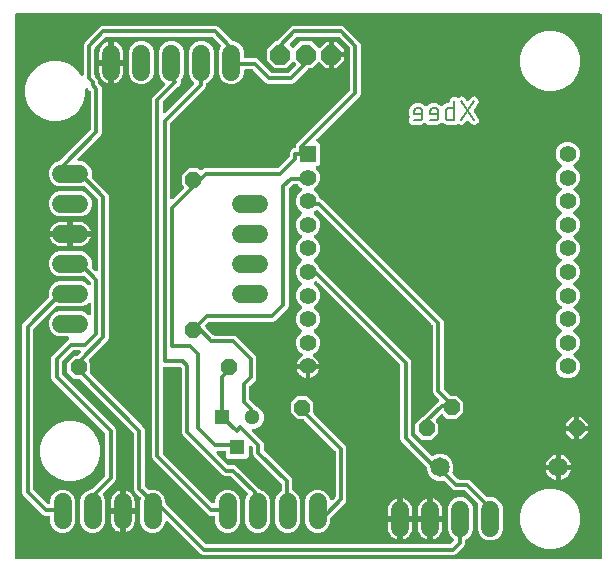
<source format=gtl>
G04 EAGLE Gerber RS-274X export*
G75*
%MOMM*%
%FSLAX34Y34*%
%LPD*%
%INBottom Copper*%
%IPPOS*%
%AMOC8*
5,1,8,0,0,1.08239X$1,22.5*%
G01*
%ADD10C,0.152400*%
%ADD11C,1.651000*%
%ADD12P,1.814519X8X202.500000*%
%ADD13C,1.524000*%
%ADD14P,1.429621X8X202.500000*%
%ADD15P,1.429621X8X112.500000*%
%ADD16P,1.429621X8X202.600000*%
%ADD17C,1.422400*%
%ADD18R,1.422400X1.422400*%
%ADD19C,1.295400*%
%ADD20R,1.295400X1.295400*%
%ADD21C,0.304800*%

G36*
X505742Y10164D02*
X505742Y10164D01*
X505768Y10162D01*
X505915Y10184D01*
X506062Y10201D01*
X506087Y10209D01*
X506113Y10213D01*
X506251Y10268D01*
X506390Y10318D01*
X506412Y10332D01*
X506437Y10342D01*
X506558Y10427D01*
X506683Y10507D01*
X506701Y10526D01*
X506723Y10541D01*
X506822Y10651D01*
X506925Y10758D01*
X506939Y10780D01*
X506956Y10800D01*
X507028Y10930D01*
X507104Y11057D01*
X507112Y11082D01*
X507125Y11105D01*
X507165Y11248D01*
X507210Y11389D01*
X507212Y11415D01*
X507220Y11440D01*
X507239Y11684D01*
X507239Y470816D01*
X507236Y470842D01*
X507238Y470868D01*
X507216Y471015D01*
X507199Y471162D01*
X507191Y471187D01*
X507187Y471213D01*
X507132Y471351D01*
X507082Y471490D01*
X507068Y471512D01*
X507058Y471537D01*
X506973Y471658D01*
X506893Y471783D01*
X506874Y471801D01*
X506859Y471823D01*
X506749Y471922D01*
X506642Y472025D01*
X506620Y472039D01*
X506600Y472056D01*
X506470Y472128D01*
X506343Y472204D01*
X506318Y472212D01*
X506295Y472225D01*
X506152Y472265D01*
X506011Y472310D01*
X505985Y472312D01*
X505960Y472320D01*
X505716Y472339D01*
X11684Y472339D01*
X11658Y472336D01*
X11632Y472338D01*
X11485Y472316D01*
X11338Y472299D01*
X11313Y472291D01*
X11287Y472287D01*
X11149Y472232D01*
X11010Y472182D01*
X10988Y472168D01*
X10963Y472158D01*
X10842Y472073D01*
X10717Y471993D01*
X10699Y471974D01*
X10677Y471959D01*
X10578Y471849D01*
X10475Y471742D01*
X10461Y471720D01*
X10444Y471700D01*
X10372Y471570D01*
X10296Y471443D01*
X10288Y471418D01*
X10275Y471395D01*
X10235Y471252D01*
X10190Y471111D01*
X10188Y471085D01*
X10180Y471060D01*
X10161Y470816D01*
X10161Y11684D01*
X10164Y11658D01*
X10162Y11632D01*
X10184Y11485D01*
X10201Y11338D01*
X10209Y11313D01*
X10213Y11287D01*
X10268Y11149D01*
X10318Y11010D01*
X10332Y10988D01*
X10342Y10963D01*
X10427Y10842D01*
X10507Y10717D01*
X10526Y10699D01*
X10541Y10677D01*
X10651Y10578D01*
X10758Y10475D01*
X10780Y10461D01*
X10800Y10444D01*
X10930Y10372D01*
X11057Y10296D01*
X11082Y10288D01*
X11105Y10275D01*
X11248Y10235D01*
X11389Y10190D01*
X11415Y10188D01*
X11440Y10180D01*
X11684Y10161D01*
X505716Y10161D01*
X505742Y10164D01*
G37*
%LPC*%
G36*
X169778Y13715D02*
X169778Y13715D01*
X168098Y14411D01*
X140269Y42240D01*
X140191Y42302D01*
X140118Y42372D01*
X140054Y42411D01*
X139996Y42457D01*
X139905Y42500D01*
X139819Y42551D01*
X139748Y42574D01*
X139681Y42606D01*
X139583Y42627D01*
X139487Y42657D01*
X139413Y42663D01*
X139340Y42679D01*
X139240Y42677D01*
X139140Y42685D01*
X139066Y42674D01*
X138992Y42673D01*
X138895Y42649D01*
X138795Y42634D01*
X138726Y42606D01*
X138654Y42588D01*
X138564Y42542D01*
X138471Y42505D01*
X138410Y42463D01*
X138344Y42428D01*
X138267Y42363D01*
X138185Y42306D01*
X138135Y42251D01*
X138079Y42203D01*
X138019Y42122D01*
X137952Y42047D01*
X137916Y41982D01*
X137871Y41922D01*
X137832Y41830D01*
X137783Y41742D01*
X137763Y41671D01*
X137733Y41602D01*
X137716Y41504D01*
X137688Y41407D01*
X137680Y41307D01*
X137672Y41259D01*
X137674Y41224D01*
X137669Y41163D01*
X137669Y41058D01*
X136044Y37137D01*
X133043Y34136D01*
X129122Y32511D01*
X124878Y32511D01*
X120957Y34136D01*
X117956Y37137D01*
X116331Y41058D01*
X116331Y60542D01*
X116700Y61432D01*
X116721Y61505D01*
X116751Y61575D01*
X116768Y61672D01*
X116795Y61767D01*
X116799Y61843D01*
X116813Y61918D01*
X116808Y62017D01*
X116812Y62115D01*
X116799Y62190D01*
X116795Y62266D01*
X116767Y62361D01*
X116750Y62458D01*
X116719Y62528D01*
X116698Y62601D01*
X116650Y62687D01*
X116611Y62777D01*
X116565Y62839D01*
X116528Y62905D01*
X116431Y63019D01*
X116403Y63057D01*
X116388Y63069D01*
X116370Y63092D01*
X111947Y67514D01*
X111251Y69194D01*
X111251Y116347D01*
X111237Y116473D01*
X111230Y116599D01*
X111217Y116645D01*
X111211Y116693D01*
X111169Y116812D01*
X111134Y116934D01*
X111110Y116976D01*
X111094Y117021D01*
X111025Y117128D01*
X110964Y117238D01*
X110924Y117284D01*
X110905Y117314D01*
X110870Y117348D01*
X110805Y117424D01*
X65608Y162621D01*
X65509Y162700D01*
X65415Y162784D01*
X65373Y162808D01*
X65335Y162838D01*
X65221Y162892D01*
X65110Y162953D01*
X65064Y162966D01*
X65020Y162987D01*
X64897Y163013D01*
X64775Y163048D01*
X64714Y163053D01*
X64679Y163060D01*
X64631Y163059D01*
X64531Y163067D01*
X60518Y163067D01*
X54863Y168722D01*
X54863Y176718D01*
X60518Y182373D01*
X62499Y182373D01*
X62625Y182387D01*
X62751Y182394D01*
X62797Y182407D01*
X62845Y182413D01*
X62964Y182455D01*
X63086Y182490D01*
X63128Y182514D01*
X63173Y182530D01*
X63280Y182599D01*
X63390Y182660D01*
X63436Y182700D01*
X63466Y182719D01*
X63500Y182754D01*
X63576Y182819D01*
X64680Y183923D01*
X65608Y184851D01*
X65671Y184930D01*
X65740Y185002D01*
X65778Y185066D01*
X65825Y185124D01*
X65868Y185215D01*
X65919Y185301D01*
X65942Y185372D01*
X65974Y185439D01*
X65995Y185537D01*
X66025Y185633D01*
X66031Y185707D01*
X66047Y185780D01*
X66045Y185880D01*
X66053Y185980D01*
X66042Y186054D01*
X66041Y186128D01*
X66017Y186225D01*
X66002Y186325D01*
X65974Y186394D01*
X65956Y186466D01*
X65910Y186555D01*
X65873Y186649D01*
X65831Y186710D01*
X65796Y186776D01*
X65731Y186853D01*
X65674Y186935D01*
X65619Y186985D01*
X65571Y187041D01*
X65490Y187101D01*
X65415Y187168D01*
X65350Y187204D01*
X65290Y187249D01*
X65198Y187288D01*
X65110Y187337D01*
X65039Y187357D01*
X64970Y187387D01*
X64871Y187404D01*
X64775Y187432D01*
X64675Y187440D01*
X64627Y187448D01*
X64592Y187446D01*
X64531Y187451D01*
X60437Y187451D01*
X60311Y187437D01*
X60185Y187430D01*
X60139Y187417D01*
X60091Y187411D01*
X59972Y187369D01*
X59850Y187334D01*
X59808Y187310D01*
X59763Y187294D01*
X59656Y187225D01*
X59546Y187164D01*
X59500Y187124D01*
X59470Y187105D01*
X59436Y187070D01*
X59360Y187005D01*
X50739Y178384D01*
X50660Y178285D01*
X50576Y178191D01*
X50552Y178149D01*
X50522Y178111D01*
X50468Y177997D01*
X50407Y177886D01*
X50394Y177840D01*
X50373Y177796D01*
X50347Y177673D01*
X50312Y177551D01*
X50307Y177490D01*
X50300Y177455D01*
X50301Y177407D01*
X50293Y177307D01*
X50293Y167117D01*
X50307Y166991D01*
X50314Y166865D01*
X50327Y166819D01*
X50333Y166771D01*
X50375Y166652D01*
X50410Y166530D01*
X50434Y166488D01*
X50450Y166443D01*
X50519Y166336D01*
X50580Y166226D01*
X50620Y166180D01*
X50639Y166150D01*
X50674Y166116D01*
X50739Y166040D01*
X95317Y121462D01*
X96013Y119782D01*
X96013Y78338D01*
X95317Y76658D01*
X93816Y75157D01*
X85260Y66602D01*
X85244Y66581D01*
X85224Y66564D01*
X85136Y66444D01*
X85044Y66329D01*
X85033Y66305D01*
X85017Y66284D01*
X84958Y66147D01*
X84895Y66014D01*
X84889Y65988D01*
X84879Y65964D01*
X84853Y65818D01*
X84822Y65673D01*
X84822Y65647D01*
X84817Y65621D01*
X84825Y65472D01*
X84827Y65324D01*
X84834Y65299D01*
X84835Y65273D01*
X84876Y65130D01*
X84912Y64986D01*
X84925Y64963D01*
X84932Y64938D01*
X85004Y64809D01*
X85072Y64677D01*
X85089Y64657D01*
X85102Y64634D01*
X85242Y64469D01*
X86869Y60542D01*
X86869Y41058D01*
X85244Y37137D01*
X82243Y34136D01*
X78322Y32511D01*
X74078Y32511D01*
X70157Y34136D01*
X67156Y37137D01*
X65531Y41058D01*
X65531Y60542D01*
X67156Y64463D01*
X70157Y67464D01*
X74078Y69089D01*
X74183Y69089D01*
X74309Y69103D01*
X74435Y69110D01*
X74481Y69123D01*
X74529Y69129D01*
X74648Y69171D01*
X74770Y69206D01*
X74812Y69230D01*
X74857Y69246D01*
X74964Y69315D01*
X75074Y69376D01*
X75120Y69416D01*
X75150Y69435D01*
X75184Y69470D01*
X75260Y69535D01*
X86421Y80696D01*
X86486Y80778D01*
X86534Y80827D01*
X86544Y80844D01*
X86584Y80889D01*
X86608Y80931D01*
X86638Y80969D01*
X86692Y81083D01*
X86753Y81194D01*
X86766Y81240D01*
X86787Y81284D01*
X86813Y81407D01*
X86848Y81529D01*
X86853Y81590D01*
X86860Y81625D01*
X86859Y81673D01*
X86867Y81773D01*
X86867Y116347D01*
X86853Y116473D01*
X86846Y116599D01*
X86833Y116645D01*
X86827Y116693D01*
X86785Y116812D01*
X86750Y116934D01*
X86726Y116976D01*
X86710Y117021D01*
X86641Y117128D01*
X86580Y117238D01*
X86540Y117284D01*
X86521Y117314D01*
X86486Y117348D01*
X86421Y117424D01*
X41843Y162002D01*
X41147Y163682D01*
X41147Y180742D01*
X41843Y182422D01*
X55322Y195901D01*
X55443Y195951D01*
X55487Y195975D01*
X55534Y195992D01*
X55639Y196060D01*
X55747Y196120D01*
X55785Y196154D01*
X55827Y196181D01*
X55914Y196271D01*
X56006Y196354D01*
X56034Y196396D01*
X56069Y196432D01*
X56133Y196539D01*
X56204Y196641D01*
X56222Y196688D01*
X56248Y196731D01*
X56286Y196849D01*
X56332Y196965D01*
X56339Y197015D01*
X56354Y197063D01*
X56364Y197187D01*
X56382Y197310D01*
X56378Y197360D01*
X56382Y197410D01*
X56364Y197533D01*
X56354Y197657D01*
X56338Y197705D01*
X56331Y197755D01*
X56285Y197871D01*
X56246Y197989D01*
X56221Y198032D01*
X56202Y198079D01*
X56131Y198181D01*
X56067Y198287D01*
X56032Y198323D01*
X56003Y198365D01*
X55911Y198448D01*
X55824Y198537D01*
X55782Y198565D01*
X55744Y198598D01*
X55635Y198659D01*
X55531Y198726D01*
X55483Y198742D01*
X55439Y198767D01*
X55319Y198801D01*
X55202Y198842D01*
X55152Y198848D01*
X55104Y198862D01*
X54860Y198881D01*
X47408Y198881D01*
X43487Y200506D01*
X40486Y203507D01*
X38861Y207428D01*
X38861Y211672D01*
X40486Y215593D01*
X43487Y218594D01*
X47408Y220219D01*
X66892Y220219D01*
X70813Y218594D01*
X72075Y217333D01*
X72154Y217270D01*
X72226Y217201D01*
X72290Y217162D01*
X72348Y217116D01*
X72439Y217073D01*
X72525Y217022D01*
X72596Y216999D01*
X72663Y216967D01*
X72761Y216946D01*
X72857Y216916D01*
X72931Y216910D01*
X73004Y216894D01*
X73104Y216896D01*
X73204Y216888D01*
X73278Y216899D01*
X73352Y216900D01*
X73449Y216924D01*
X73549Y216939D01*
X73618Y216967D01*
X73690Y216985D01*
X73779Y217031D01*
X73873Y217068D01*
X73934Y217111D01*
X74000Y217145D01*
X74076Y217210D01*
X74159Y217267D01*
X74209Y217322D01*
X74265Y217370D01*
X74325Y217451D01*
X74392Y217526D01*
X74428Y217591D01*
X74473Y217651D01*
X74512Y217743D01*
X74561Y217831D01*
X74581Y217902D01*
X74611Y217971D01*
X74628Y218070D01*
X74656Y218166D01*
X74664Y218266D01*
X74672Y218314D01*
X74670Y218349D01*
X74675Y218410D01*
X74675Y226090D01*
X74664Y226190D01*
X74662Y226290D01*
X74644Y226362D01*
X74635Y226436D01*
X74602Y226531D01*
X74577Y226628D01*
X74543Y226694D01*
X74518Y226764D01*
X74463Y226849D01*
X74417Y226938D01*
X74369Y226995D01*
X74329Y227057D01*
X74257Y227127D01*
X74192Y227203D01*
X74132Y227248D01*
X74078Y227299D01*
X73992Y227351D01*
X73911Y227411D01*
X73843Y227440D01*
X73779Y227478D01*
X73683Y227509D01*
X73591Y227549D01*
X73518Y227562D01*
X73447Y227584D01*
X73347Y227592D01*
X73248Y227610D01*
X73174Y227606D01*
X73100Y227612D01*
X73000Y227597D01*
X72900Y227592D01*
X72829Y227572D01*
X72755Y227561D01*
X72662Y227524D01*
X72565Y227496D01*
X72500Y227459D01*
X72431Y227432D01*
X72349Y227375D01*
X72261Y227326D01*
X72185Y227260D01*
X72145Y227233D01*
X72121Y227207D01*
X72075Y227167D01*
X70813Y225906D01*
X66892Y224281D01*
X47408Y224281D01*
X46518Y224650D01*
X46445Y224671D01*
X46375Y224701D01*
X46278Y224718D01*
X46183Y224745D01*
X46107Y224749D01*
X46032Y224763D01*
X45933Y224758D01*
X45835Y224762D01*
X45760Y224749D01*
X45684Y224745D01*
X45589Y224717D01*
X45492Y224700D01*
X45422Y224669D01*
X45349Y224648D01*
X45263Y224600D01*
X45173Y224561D01*
X45111Y224515D01*
X45045Y224478D01*
X44931Y224381D01*
X44893Y224353D01*
X44881Y224338D01*
X44858Y224320D01*
X26355Y205816D01*
X26276Y205717D01*
X26192Y205623D01*
X26168Y205581D01*
X26138Y205543D01*
X26084Y205429D01*
X26023Y205318D01*
X26010Y205272D01*
X25989Y205228D01*
X25963Y205105D01*
X25928Y204983D01*
X25923Y204922D01*
X25916Y204887D01*
X25917Y204839D01*
X25909Y204739D01*
X25909Y69581D01*
X25923Y69455D01*
X25930Y69329D01*
X25943Y69283D01*
X25949Y69235D01*
X25991Y69116D01*
X26026Y68994D01*
X26050Y68952D01*
X26066Y68907D01*
X26102Y68852D01*
X26104Y68847D01*
X26121Y68822D01*
X26135Y68800D01*
X26196Y68690D01*
X26236Y68644D01*
X26255Y68614D01*
X26287Y68583D01*
X26303Y68561D01*
X26320Y68545D01*
X26355Y68504D01*
X37531Y57328D01*
X37609Y57266D01*
X37682Y57196D01*
X37746Y57157D01*
X37804Y57111D01*
X37895Y57068D01*
X37981Y57017D01*
X38052Y56994D01*
X38119Y56962D01*
X38217Y56941D01*
X38313Y56911D01*
X38387Y56905D01*
X38460Y56889D01*
X38560Y56891D01*
X38660Y56883D01*
X38734Y56894D01*
X38808Y56895D01*
X38905Y56919D01*
X39005Y56934D01*
X39074Y56962D01*
X39146Y56980D01*
X39236Y57026D01*
X39329Y57063D01*
X39390Y57105D01*
X39456Y57140D01*
X39533Y57205D01*
X39615Y57262D01*
X39665Y57317D01*
X39721Y57365D01*
X39781Y57446D01*
X39848Y57521D01*
X39884Y57586D01*
X39929Y57646D01*
X39968Y57738D01*
X40017Y57826D01*
X40037Y57897D01*
X40067Y57966D01*
X40084Y58064D01*
X40112Y58161D01*
X40120Y58261D01*
X40128Y58309D01*
X40126Y58344D01*
X40131Y58405D01*
X40131Y60542D01*
X41756Y64463D01*
X44757Y67464D01*
X48678Y69089D01*
X52922Y69089D01*
X56843Y67464D01*
X59844Y64463D01*
X61469Y60542D01*
X61469Y41058D01*
X59844Y37137D01*
X56843Y34136D01*
X52922Y32511D01*
X48678Y32511D01*
X44757Y34136D01*
X41756Y37137D01*
X40131Y41058D01*
X40131Y45720D01*
X40128Y45746D01*
X40130Y45772D01*
X40108Y45919D01*
X40091Y46066D01*
X40083Y46091D01*
X40079Y46117D01*
X40024Y46255D01*
X39974Y46394D01*
X39960Y46416D01*
X39950Y46441D01*
X39865Y46562D01*
X39785Y46687D01*
X39766Y46705D01*
X39751Y46727D01*
X39641Y46826D01*
X39534Y46929D01*
X39512Y46943D01*
X39492Y46960D01*
X39362Y47032D01*
X39235Y47108D01*
X39210Y47116D01*
X39187Y47129D01*
X39044Y47169D01*
X38903Y47214D01*
X38877Y47216D01*
X38852Y47224D01*
X38608Y47243D01*
X35666Y47243D01*
X33986Y47939D01*
X17459Y64466D01*
X16763Y66146D01*
X16763Y208174D01*
X17459Y209854D01*
X38602Y230997D01*
X38649Y231057D01*
X38704Y231110D01*
X38757Y231193D01*
X38819Y231270D01*
X38851Y231339D01*
X38893Y231403D01*
X38925Y231496D01*
X38967Y231585D01*
X38984Y231660D01*
X39009Y231732D01*
X39020Y231830D01*
X39041Y231926D01*
X39040Y232002D01*
X39048Y232078D01*
X39037Y232176D01*
X39035Y232274D01*
X39016Y232348D01*
X39007Y232424D01*
X38961Y232566D01*
X38950Y232612D01*
X38941Y232629D01*
X38932Y232657D01*
X38861Y232828D01*
X38861Y237072D01*
X40486Y240993D01*
X43487Y243994D01*
X47408Y245619D01*
X66892Y245619D01*
X70813Y243994D01*
X72075Y242733D01*
X72154Y242670D01*
X72226Y242601D01*
X72290Y242562D01*
X72348Y242516D01*
X72439Y242473D01*
X72525Y242422D01*
X72596Y242399D01*
X72663Y242367D01*
X72761Y242346D01*
X72857Y242316D01*
X72931Y242310D01*
X73004Y242294D01*
X73104Y242296D01*
X73204Y242288D01*
X73278Y242299D01*
X73352Y242300D01*
X73449Y242324D01*
X73549Y242339D01*
X73618Y242367D01*
X73690Y242385D01*
X73779Y242431D01*
X73873Y242468D01*
X73934Y242511D01*
X74000Y242545D01*
X74076Y242610D01*
X74159Y242667D01*
X74209Y242722D01*
X74265Y242770D01*
X74325Y242851D01*
X74392Y242926D01*
X74428Y242991D01*
X74473Y243051D01*
X74512Y243143D01*
X74561Y243231D01*
X74581Y243302D01*
X74611Y243371D01*
X74628Y243470D01*
X74656Y243566D01*
X74664Y243666D01*
X74672Y243714D01*
X74670Y243749D01*
X74675Y243810D01*
X74675Y244363D01*
X74661Y244489D01*
X74654Y244615D01*
X74641Y244661D01*
X74635Y244709D01*
X74593Y244828D01*
X74558Y244950D01*
X74534Y244992D01*
X74518Y245037D01*
X74449Y245144D01*
X74388Y245254D01*
X74348Y245300D01*
X74329Y245330D01*
X74294Y245364D01*
X74229Y245440D01*
X69801Y249868D01*
X69741Y249916D01*
X69688Y249971D01*
X69605Y250024D01*
X69528Y250085D01*
X69459Y250118D01*
X69394Y250159D01*
X69302Y250192D01*
X69213Y250234D01*
X69138Y250250D01*
X69066Y250276D01*
X68968Y250287D01*
X68872Y250307D01*
X68796Y250306D01*
X68720Y250314D01*
X68622Y250303D01*
X68524Y250301D01*
X68449Y250283D01*
X68374Y250274D01*
X68232Y250228D01*
X68186Y250216D01*
X68169Y250207D01*
X68141Y250198D01*
X66892Y249681D01*
X47408Y249681D01*
X43487Y251306D01*
X40486Y254307D01*
X38861Y258228D01*
X38861Y262472D01*
X40486Y266393D01*
X43487Y269394D01*
X47408Y271019D01*
X66892Y271019D01*
X70813Y269394D01*
X73814Y266393D01*
X75439Y262472D01*
X75439Y258143D01*
X75421Y258081D01*
X75417Y258005D01*
X75404Y257929D01*
X75409Y257831D01*
X75404Y257733D01*
X75418Y257658D01*
X75422Y257581D01*
X75449Y257487D01*
X75467Y257390D01*
X75497Y257320D01*
X75518Y257246D01*
X75566Y257161D01*
X75605Y257070D01*
X75651Y257009D01*
X75688Y256942D01*
X75785Y256829D01*
X75813Y256791D01*
X75828Y256778D01*
X75847Y256756D01*
X78171Y254432D01*
X78249Y254370D01*
X78322Y254300D01*
X78386Y254261D01*
X78444Y254215D01*
X78535Y254172D01*
X78621Y254121D01*
X78692Y254098D01*
X78759Y254066D01*
X78857Y254045D01*
X78953Y254015D01*
X79027Y254009D01*
X79100Y253993D01*
X79200Y253995D01*
X79300Y253987D01*
X79374Y253998D01*
X79448Y253999D01*
X79545Y254023D01*
X79645Y254038D01*
X79714Y254066D01*
X79786Y254084D01*
X79875Y254130D01*
X79969Y254167D01*
X80030Y254210D01*
X80096Y254244D01*
X80172Y254309D01*
X80255Y254366D01*
X80305Y254421D01*
X80361Y254469D01*
X80421Y254550D01*
X80488Y254625D01*
X80524Y254690D01*
X80569Y254750D01*
X80608Y254842D01*
X80657Y254930D01*
X80677Y255001D01*
X80707Y255070D01*
X80724Y255168D01*
X80752Y255265D01*
X80760Y255365D01*
X80768Y255413D01*
X80766Y255448D01*
X80771Y255509D01*
X80771Y314467D01*
X80757Y314593D01*
X80750Y314719D01*
X80737Y314765D01*
X80731Y314813D01*
X80689Y314932D01*
X80654Y315054D01*
X80630Y315096D01*
X80614Y315141D01*
X80545Y315248D01*
X80484Y315358D01*
X80444Y315404D01*
X80425Y315434D01*
X80390Y315468D01*
X80325Y315544D01*
X69801Y326068D01*
X69741Y326116D01*
X69688Y326171D01*
X69605Y326224D01*
X69528Y326285D01*
X69459Y326318D01*
X69394Y326359D01*
X69302Y326392D01*
X69213Y326434D01*
X69138Y326450D01*
X69066Y326476D01*
X68968Y326487D01*
X68872Y326507D01*
X68796Y326506D01*
X68720Y326514D01*
X68622Y326503D01*
X68524Y326501D01*
X68449Y326483D01*
X68374Y326474D01*
X68232Y326428D01*
X68186Y326416D01*
X68169Y326407D01*
X68141Y326398D01*
X66892Y325881D01*
X47408Y325881D01*
X43487Y327506D01*
X40486Y330507D01*
X38861Y334428D01*
X38861Y338672D01*
X40486Y342593D01*
X43487Y345594D01*
X47408Y347219D01*
X47513Y347219D01*
X47639Y347233D01*
X47765Y347240D01*
X47811Y347253D01*
X47859Y347259D01*
X47978Y347301D01*
X48100Y347336D01*
X48142Y347360D01*
X48187Y347376D01*
X48294Y347445D01*
X48404Y347506D01*
X48450Y347546D01*
X48480Y347565D01*
X48514Y347600D01*
X48590Y347665D01*
X74229Y373304D01*
X74308Y373403D01*
X74392Y373497D01*
X74416Y373539D01*
X74446Y373577D01*
X74500Y373691D01*
X74561Y373802D01*
X74574Y373848D01*
X74595Y373892D01*
X74621Y374015D01*
X74656Y374137D01*
X74661Y374198D01*
X74668Y374233D01*
X74667Y374281D01*
X74675Y374381D01*
X74675Y405907D01*
X74661Y406033D01*
X74654Y406159D01*
X74641Y406205D01*
X74635Y406253D01*
X74593Y406372D01*
X74558Y406494D01*
X74534Y406536D01*
X74518Y406581D01*
X74449Y406687D01*
X74388Y406798D01*
X74348Y406844D01*
X74329Y406874D01*
X74294Y406908D01*
X74229Y406984D01*
X72451Y408762D01*
X72372Y408825D01*
X72300Y408894D01*
X72236Y408933D01*
X72178Y408979D01*
X72087Y409022D01*
X72001Y409073D01*
X71930Y409096D01*
X71863Y409128D01*
X71765Y409149D01*
X71669Y409179D01*
X71595Y409185D01*
X71522Y409201D01*
X71422Y409199D01*
X71322Y409207D01*
X71248Y409196D01*
X71174Y409195D01*
X71077Y409171D01*
X70977Y409156D01*
X70908Y409128D01*
X70836Y409110D01*
X70747Y409064D01*
X70653Y409027D01*
X70592Y408984D01*
X70526Y408950D01*
X70450Y408885D01*
X70367Y408828D01*
X70317Y408773D01*
X70261Y408725D01*
X70201Y408644D01*
X70134Y408569D01*
X70098Y408504D01*
X70053Y408444D01*
X70014Y408352D01*
X69965Y408264D01*
X69945Y408193D01*
X69915Y408124D01*
X69898Y408026D01*
X69870Y407929D01*
X69862Y407829D01*
X69854Y407781D01*
X69856Y407746D01*
X69851Y407685D01*
X69851Y403056D01*
X68120Y396596D01*
X64776Y390803D01*
X60047Y386074D01*
X54254Y382730D01*
X47794Y380999D01*
X41106Y380999D01*
X34646Y382730D01*
X28853Y386074D01*
X24124Y390803D01*
X20780Y396596D01*
X19049Y403056D01*
X19049Y409744D01*
X20780Y416204D01*
X24124Y421997D01*
X28853Y426726D01*
X34646Y430070D01*
X41106Y431801D01*
X47794Y431801D01*
X54254Y430070D01*
X60047Y426726D01*
X64776Y421997D01*
X65737Y420332D01*
X65811Y420231D01*
X65879Y420126D01*
X65915Y420092D01*
X65944Y420052D01*
X66040Y419971D01*
X66130Y419884D01*
X66172Y419858D01*
X66210Y419826D01*
X66322Y419769D01*
X66429Y419705D01*
X66476Y419690D01*
X66520Y419667D01*
X66642Y419637D01*
X66761Y419599D01*
X66810Y419595D01*
X66859Y419583D01*
X66984Y419581D01*
X67108Y419571D01*
X67157Y419578D01*
X67207Y419577D01*
X67329Y419604D01*
X67453Y419623D01*
X67499Y419641D01*
X67548Y419651D01*
X67660Y419705D01*
X67777Y419751D01*
X67817Y419780D01*
X67862Y419801D01*
X67960Y419879D01*
X68063Y419950D01*
X68096Y419987D01*
X68135Y420018D01*
X68213Y420116D01*
X68296Y420209D01*
X68320Y420252D01*
X68351Y420291D01*
X68404Y420405D01*
X68465Y420514D01*
X68478Y420562D01*
X68500Y420607D01*
X68526Y420729D01*
X68560Y420849D01*
X68565Y420912D01*
X68572Y420948D01*
X68571Y420995D01*
X68579Y421093D01*
X68579Y445918D01*
X69275Y447598D01*
X70776Y449099D01*
X81253Y459576D01*
X82754Y461077D01*
X84434Y461773D01*
X180742Y461773D01*
X182422Y461077D01*
X193980Y449519D01*
X194079Y449440D01*
X194173Y449356D01*
X194215Y449332D01*
X194253Y449302D01*
X194367Y449248D01*
X194478Y449187D01*
X194524Y449174D01*
X194568Y449153D01*
X194691Y449127D01*
X194813Y449092D01*
X194874Y449087D01*
X194909Y449080D01*
X194957Y449081D01*
X195057Y449073D01*
X195670Y449073D01*
X199591Y447448D01*
X202592Y444447D01*
X204217Y440526D01*
X204217Y435864D01*
X204220Y435838D01*
X204218Y435812D01*
X204240Y435665D01*
X204257Y435518D01*
X204265Y435493D01*
X204269Y435467D01*
X204324Y435329D01*
X204374Y435190D01*
X204388Y435168D01*
X204398Y435143D01*
X204483Y435022D01*
X204563Y434897D01*
X204582Y434879D01*
X204597Y434857D01*
X204707Y434758D01*
X204814Y434655D01*
X204836Y434641D01*
X204856Y434624D01*
X204986Y434552D01*
X205113Y434476D01*
X205138Y434468D01*
X205161Y434455D01*
X205304Y434415D01*
X205445Y434370D01*
X205471Y434368D01*
X205496Y434360D01*
X205740Y434341D01*
X214270Y434341D01*
X215950Y433645D01*
X227000Y422595D01*
X227099Y422516D01*
X227193Y422432D01*
X227235Y422408D01*
X227273Y422378D01*
X227387Y422324D01*
X227498Y422263D01*
X227544Y422250D01*
X227588Y422229D01*
X227711Y422203D01*
X227833Y422168D01*
X227894Y422163D01*
X227929Y422156D01*
X227977Y422157D01*
X228077Y422149D01*
X241315Y422149D01*
X241441Y422163D01*
X241567Y422170D01*
X241613Y422183D01*
X241661Y422189D01*
X241780Y422231D01*
X241902Y422266D01*
X241944Y422290D01*
X241989Y422306D01*
X242096Y422375D01*
X242206Y422436D01*
X242252Y422476D01*
X242282Y422495D01*
X242316Y422530D01*
X242392Y422595D01*
X247830Y428033D01*
X247846Y428053D01*
X247866Y428070D01*
X247954Y428190D01*
X248046Y428306D01*
X248058Y428329D01*
X248073Y428350D01*
X248132Y428487D01*
X248195Y428621D01*
X248201Y428646D01*
X248211Y428670D01*
X248237Y428817D01*
X248269Y428961D01*
X248268Y428987D01*
X248273Y429013D01*
X248265Y429162D01*
X248263Y429310D01*
X248256Y429335D01*
X248255Y429361D01*
X248214Y429504D01*
X248178Y429648D01*
X248166Y429671D01*
X248158Y429696D01*
X248086Y429826D01*
X248018Y429958D01*
X248001Y429978D01*
X247988Y430001D01*
X247830Y430187D01*
X247076Y430940D01*
X247056Y430957D01*
X247039Y430977D01*
X246919Y431065D01*
X246803Y431157D01*
X246779Y431168D01*
X246758Y431184D01*
X246622Y431243D01*
X246488Y431306D01*
X246462Y431311D01*
X246438Y431322D01*
X246292Y431348D01*
X246147Y431379D01*
X246121Y431379D01*
X246095Y431384D01*
X245947Y431376D01*
X245799Y431373D01*
X245773Y431367D01*
X245747Y431366D01*
X245605Y431325D01*
X245461Y431288D01*
X245438Y431276D01*
X245412Y431269D01*
X245283Y431197D01*
X245151Y431129D01*
X245131Y431112D01*
X245108Y431099D01*
X244922Y430940D01*
X239939Y425957D01*
X230469Y425957D01*
X223773Y432653D01*
X223773Y442123D01*
X230469Y448819D01*
X231409Y448819D01*
X231535Y448833D01*
X231661Y448840D01*
X231707Y448853D01*
X231755Y448859D01*
X231874Y448901D01*
X231996Y448936D01*
X232038Y448960D01*
X232083Y448976D01*
X232190Y449045D01*
X232300Y449106D01*
X232346Y449146D01*
X232376Y449165D01*
X232410Y449200D01*
X232412Y449202D01*
X232414Y449203D01*
X232417Y449206D01*
X232486Y449265D01*
X244298Y461077D01*
X245978Y461773D01*
X287422Y461773D01*
X289102Y461077D01*
X302581Y447598D01*
X303277Y445918D01*
X303277Y404474D01*
X302581Y402794D01*
X265998Y366211D01*
X265936Y366133D01*
X265866Y366060D01*
X265827Y365996D01*
X265781Y365938D01*
X265738Y365847D01*
X265687Y365761D01*
X265664Y365690D01*
X265632Y365623D01*
X265611Y365525D01*
X265581Y365429D01*
X265575Y365355D01*
X265559Y365282D01*
X265561Y365182D01*
X265553Y365082D01*
X265564Y365008D01*
X265565Y364934D01*
X265589Y364837D01*
X265604Y364737D01*
X265632Y364668D01*
X265650Y364596D01*
X265696Y364506D01*
X265733Y364413D01*
X265775Y364352D01*
X265810Y364286D01*
X265875Y364209D01*
X265932Y364127D01*
X265987Y364077D01*
X266035Y364021D01*
X266116Y363961D01*
X266191Y363894D01*
X266256Y363858D01*
X266316Y363813D01*
X266408Y363774D01*
X266496Y363725D01*
X266567Y363705D01*
X266591Y363695D01*
X268461Y361825D01*
X268461Y345075D01*
X266675Y343289D01*
X266508Y343289D01*
X266408Y343278D01*
X266307Y343276D01*
X266235Y343258D01*
X266161Y343249D01*
X266067Y343216D01*
X265969Y343191D01*
X265903Y343157D01*
X265833Y343132D01*
X265749Y343077D01*
X265660Y343031D01*
X265603Y342983D01*
X265540Y342943D01*
X265471Y342871D01*
X265394Y342806D01*
X265350Y342746D01*
X265298Y342692D01*
X265247Y342606D01*
X265187Y342525D01*
X265158Y342457D01*
X265119Y342393D01*
X265089Y342297D01*
X265049Y342205D01*
X265036Y342132D01*
X265013Y342061D01*
X265005Y341961D01*
X264987Y341862D01*
X264991Y341788D01*
X264985Y341714D01*
X265000Y341614D01*
X265005Y341514D01*
X265026Y341443D01*
X265037Y341369D01*
X265074Y341276D01*
X265102Y341179D01*
X265138Y341114D01*
X265166Y341045D01*
X265223Y340963D01*
X265272Y340875D01*
X265337Y340799D01*
X265365Y340759D01*
X265391Y340735D01*
X265431Y340689D01*
X266914Y339206D01*
X268461Y335471D01*
X268461Y331429D01*
X266914Y327694D01*
X264039Y324820D01*
X264019Y324808D01*
X263927Y324768D01*
X263867Y324724D01*
X263802Y324688D01*
X263728Y324620D01*
X263647Y324560D01*
X263599Y324504D01*
X263544Y324454D01*
X263487Y324371D01*
X263422Y324294D01*
X263388Y324228D01*
X263346Y324167D01*
X263309Y324074D01*
X263263Y323984D01*
X263245Y323912D01*
X263218Y323843D01*
X263203Y323743D01*
X263179Y323646D01*
X263178Y323572D01*
X263167Y323498D01*
X263175Y323398D01*
X263174Y323297D01*
X263190Y323225D01*
X263196Y323151D01*
X263227Y323055D01*
X263248Y322957D01*
X263280Y322890D01*
X263303Y322819D01*
X263355Y322733D01*
X263398Y322642D01*
X263444Y322584D01*
X263483Y322521D01*
X263553Y322448D01*
X263615Y322370D01*
X263674Y322324D01*
X263726Y322271D01*
X263810Y322216D01*
X263889Y322154D01*
X263978Y322108D01*
X264019Y322082D01*
X264047Y322072D01*
X266914Y319206D01*
X268081Y316388D01*
X268142Y316277D01*
X268197Y316163D01*
X268227Y316125D01*
X268250Y316083D01*
X268335Y315989D01*
X268414Y315891D01*
X268452Y315861D01*
X268485Y315825D01*
X268588Y315753D01*
X268688Y315675D01*
X268742Y315647D01*
X268771Y315627D01*
X268816Y315609D01*
X268905Y315563D01*
X270814Y314773D01*
X372685Y212902D01*
X373381Y211222D01*
X373381Y154925D01*
X373395Y154799D01*
X373402Y154673D01*
X373415Y154627D01*
X373421Y154579D01*
X373463Y154460D01*
X373498Y154338D01*
X373522Y154296D01*
X373538Y154251D01*
X373607Y154144D01*
X373668Y154034D01*
X373708Y153988D01*
X373727Y153958D01*
X373762Y153924D01*
X373827Y153848D01*
X378782Y148893D01*
X378882Y148813D01*
X378977Y148728D01*
X379018Y148705D01*
X379055Y148676D01*
X379171Y148621D01*
X379283Y148560D01*
X379328Y148547D01*
X379370Y148527D01*
X379495Y148500D01*
X379618Y148466D01*
X379677Y148461D01*
X379711Y148454D01*
X379759Y148455D01*
X379862Y148446D01*
X384473Y148454D01*
X390138Y142810D01*
X390152Y134813D01*
X384507Y129149D01*
X376510Y129135D01*
X372949Y132684D01*
X372930Y132699D01*
X372914Y132718D01*
X372793Y132807D01*
X372676Y132900D01*
X372653Y132911D01*
X372633Y132926D01*
X372496Y132985D01*
X372360Y133048D01*
X372336Y133054D01*
X372313Y133064D01*
X372166Y133090D01*
X372020Y133121D01*
X371995Y133121D01*
X371970Y133125D01*
X371821Y133118D01*
X371671Y133115D01*
X371647Y133109D01*
X371622Y133107D01*
X371479Y133066D01*
X371333Y133029D01*
X371311Y133018D01*
X371287Y133011D01*
X371157Y132938D01*
X371024Y132869D01*
X371005Y132853D01*
X370983Y132841D01*
X370797Y132682D01*
X367117Y129002D01*
X367101Y128982D01*
X367081Y128965D01*
X366993Y128845D01*
X366900Y128729D01*
X366889Y128705D01*
X366874Y128684D01*
X366815Y128548D01*
X366751Y128414D01*
X366746Y128388D01*
X366736Y128364D01*
X366709Y128218D01*
X366678Y128073D01*
X366679Y128047D01*
X366674Y128021D01*
X366682Y127873D01*
X366684Y127725D01*
X366690Y127699D01*
X366692Y127673D01*
X366733Y127531D01*
X366769Y127387D01*
X366781Y127364D01*
X366788Y127338D01*
X366861Y127209D01*
X366929Y127077D01*
X366946Y127057D01*
X366959Y127034D01*
X367117Y126848D01*
X368809Y125156D01*
X368809Y117160D01*
X363154Y111505D01*
X355158Y111505D01*
X349503Y117160D01*
X349503Y125156D01*
X355158Y130811D01*
X355361Y130811D01*
X355487Y130825D01*
X355613Y130832D01*
X355659Y130845D01*
X355707Y130851D01*
X355826Y130893D01*
X355948Y130928D01*
X355990Y130952D01*
X356035Y130968D01*
X356142Y131037D01*
X356252Y131098D01*
X356298Y131138D01*
X356328Y131157D01*
X356362Y131192D01*
X356438Y131257D01*
X367765Y142584D01*
X368884Y143703D01*
X368900Y143723D01*
X368920Y143740D01*
X369008Y143859D01*
X369101Y143976D01*
X369112Y144000D01*
X369128Y144021D01*
X369186Y144157D01*
X369250Y144291D01*
X369255Y144317D01*
X369266Y144341D01*
X369292Y144487D01*
X369323Y144632D01*
X369323Y144658D01*
X369327Y144684D01*
X369320Y144832D01*
X369317Y144980D01*
X369311Y145006D01*
X369309Y145032D01*
X369268Y145174D01*
X369232Y145318D01*
X369220Y145341D01*
X369213Y145367D01*
X369140Y145496D01*
X369072Y145628D01*
X369055Y145648D01*
X369043Y145671D01*
X368884Y145857D01*
X364931Y149810D01*
X364235Y151490D01*
X364235Y207787D01*
X364221Y207913D01*
X364214Y208039D01*
X364201Y208085D01*
X364195Y208133D01*
X364153Y208252D01*
X364118Y208374D01*
X364094Y208416D01*
X364078Y208461D01*
X364009Y208568D01*
X363948Y208678D01*
X363908Y208724D01*
X363889Y208754D01*
X363854Y208788D01*
X363789Y208864D01*
X267013Y305640D01*
X266993Y305656D01*
X266976Y305676D01*
X266856Y305764D01*
X266740Y305856D01*
X266717Y305868D01*
X266696Y305883D01*
X266560Y305942D01*
X266425Y306005D01*
X266400Y306011D01*
X266376Y306021D01*
X266229Y306047D01*
X266085Y306079D01*
X266058Y306078D01*
X266033Y306083D01*
X265884Y306075D01*
X265736Y306073D01*
X265711Y306066D01*
X265684Y306065D01*
X265542Y306024D01*
X265398Y305988D01*
X265375Y305976D01*
X265350Y305968D01*
X265221Y305896D01*
X265088Y305828D01*
X265068Y305811D01*
X265045Y305798D01*
X264859Y305640D01*
X264039Y304820D01*
X264019Y304808D01*
X263927Y304768D01*
X263867Y304724D01*
X263802Y304688D01*
X263728Y304620D01*
X263647Y304560D01*
X263599Y304504D01*
X263544Y304454D01*
X263487Y304371D01*
X263422Y304294D01*
X263388Y304228D01*
X263346Y304167D01*
X263309Y304074D01*
X263263Y303984D01*
X263245Y303912D01*
X263218Y303843D01*
X263203Y303743D01*
X263179Y303646D01*
X263178Y303572D01*
X263167Y303498D01*
X263175Y303398D01*
X263174Y303297D01*
X263190Y303225D01*
X263196Y303151D01*
X263227Y303055D01*
X263248Y302957D01*
X263280Y302890D01*
X263303Y302819D01*
X263355Y302733D01*
X263398Y302642D01*
X263444Y302584D01*
X263483Y302521D01*
X263553Y302448D01*
X263615Y302370D01*
X263674Y302324D01*
X263726Y302271D01*
X263810Y302216D01*
X263889Y302154D01*
X263978Y302108D01*
X264019Y302082D01*
X264047Y302072D01*
X266914Y299206D01*
X268461Y295471D01*
X268461Y291429D01*
X266914Y287694D01*
X264039Y284820D01*
X264019Y284808D01*
X263927Y284768D01*
X263867Y284724D01*
X263802Y284688D01*
X263728Y284620D01*
X263647Y284560D01*
X263599Y284504D01*
X263544Y284454D01*
X263487Y284371D01*
X263422Y284294D01*
X263388Y284228D01*
X263346Y284167D01*
X263309Y284074D01*
X263263Y283984D01*
X263245Y283912D01*
X263218Y283843D01*
X263203Y283743D01*
X263179Y283646D01*
X263178Y283572D01*
X263167Y283498D01*
X263175Y283398D01*
X263174Y283297D01*
X263190Y283225D01*
X263196Y283151D01*
X263227Y283055D01*
X263248Y282957D01*
X263280Y282890D01*
X263303Y282819D01*
X263355Y282733D01*
X263398Y282642D01*
X263444Y282584D01*
X263483Y282521D01*
X263553Y282448D01*
X263615Y282370D01*
X263674Y282324D01*
X263726Y282271D01*
X263810Y282216D01*
X263889Y282154D01*
X263978Y282108D01*
X264019Y282082D01*
X264047Y282072D01*
X266914Y279206D01*
X268461Y275471D01*
X268461Y271429D01*
X266914Y267694D01*
X264039Y264820D01*
X264019Y264808D01*
X263927Y264768D01*
X263867Y264724D01*
X263802Y264688D01*
X263728Y264620D01*
X263647Y264560D01*
X263599Y264504D01*
X263544Y264454D01*
X263487Y264371D01*
X263422Y264294D01*
X263388Y264228D01*
X263346Y264167D01*
X263309Y264074D01*
X263263Y263984D01*
X263245Y263912D01*
X263218Y263843D01*
X263203Y263743D01*
X263179Y263646D01*
X263178Y263572D01*
X263167Y263498D01*
X263175Y263398D01*
X263174Y263297D01*
X263190Y263225D01*
X263196Y263151D01*
X263227Y263055D01*
X263248Y262957D01*
X263280Y262890D01*
X263303Y262819D01*
X263355Y262733D01*
X263398Y262642D01*
X263444Y262584D01*
X263483Y262521D01*
X263553Y262448D01*
X263615Y262370D01*
X263674Y262324D01*
X263726Y262271D01*
X263810Y262216D01*
X263889Y262154D01*
X263978Y262108D01*
X264019Y262082D01*
X264047Y262072D01*
X266914Y259206D01*
X267853Y256937D01*
X267854Y256936D01*
X267855Y256934D01*
X267940Y256782D01*
X268023Y256633D01*
X268024Y256631D01*
X268025Y256630D01*
X268184Y256443D01*
X343752Y180875D01*
X345253Y179374D01*
X345949Y177694D01*
X345949Y115301D01*
X345963Y115175D01*
X345970Y115049D01*
X345983Y115003D01*
X345989Y114955D01*
X346031Y114836D01*
X346066Y114714D01*
X346090Y114672D01*
X346106Y114627D01*
X346175Y114520D01*
X346236Y114410D01*
X346276Y114364D01*
X346295Y114334D01*
X346330Y114300D01*
X346362Y114263D01*
X346365Y114258D01*
X346368Y114255D01*
X346395Y114224D01*
X362491Y98127D01*
X362551Y98080D01*
X362604Y98025D01*
X362687Y97972D01*
X362764Y97911D01*
X362833Y97878D01*
X362898Y97837D01*
X362991Y97804D01*
X363079Y97762D01*
X363154Y97746D01*
X363226Y97720D01*
X363324Y97709D01*
X363420Y97689D01*
X363496Y97690D01*
X363573Y97681D01*
X363670Y97693D01*
X363769Y97695D01*
X363843Y97713D01*
X363919Y97722D01*
X364061Y97768D01*
X364107Y97780D01*
X364124Y97788D01*
X364151Y97797D01*
X368122Y99442D01*
X372618Y99442D01*
X376773Y97721D01*
X379953Y94541D01*
X381674Y90386D01*
X381674Y85890D01*
X380922Y84075D01*
X380901Y84001D01*
X380871Y83931D01*
X380853Y83834D01*
X380826Y83740D01*
X380823Y83663D01*
X380809Y83588D01*
X380814Y83490D01*
X380809Y83391D01*
X380823Y83316D01*
X380827Y83240D01*
X380854Y83145D01*
X380872Y83049D01*
X380902Y82979D01*
X380924Y82905D01*
X380972Y82819D01*
X381011Y82729D01*
X381056Y82668D01*
X381094Y82601D01*
X381190Y82487D01*
X381219Y82449D01*
X381233Y82437D01*
X381252Y82415D01*
X385496Y78171D01*
X385595Y78092D01*
X385689Y78008D01*
X385731Y77984D01*
X385769Y77954D01*
X385883Y77900D01*
X385994Y77839D01*
X386040Y77826D01*
X386084Y77805D01*
X386207Y77779D01*
X386329Y77744D01*
X386390Y77739D01*
X386425Y77732D01*
X386473Y77733D01*
X386573Y77725D01*
X394102Y77725D01*
X395782Y77029D01*
X409626Y63185D01*
X409725Y63106D01*
X409819Y63022D01*
X409861Y62998D01*
X409899Y62968D01*
X410013Y62914D01*
X410124Y62853D01*
X410170Y62840D01*
X410214Y62819D01*
X410337Y62793D01*
X410459Y62758D01*
X410520Y62753D01*
X410555Y62746D01*
X410603Y62747D01*
X410703Y62739D01*
X414872Y62739D01*
X418793Y61114D01*
X421794Y58113D01*
X423419Y54192D01*
X423419Y34708D01*
X421794Y30787D01*
X418793Y27786D01*
X414872Y26161D01*
X410628Y26161D01*
X406707Y27786D01*
X403706Y30787D01*
X402081Y34708D01*
X402081Y54192D01*
X402747Y55800D01*
X402768Y55874D01*
X402799Y55944D01*
X402816Y56040D01*
X402843Y56135D01*
X402847Y56212D01*
X402860Y56287D01*
X402855Y56385D01*
X402860Y56483D01*
X402846Y56558D01*
X402842Y56635D01*
X402815Y56729D01*
X402797Y56826D01*
X402767Y56896D01*
X402746Y56970D01*
X402698Y57056D01*
X402659Y57146D01*
X402613Y57207D01*
X402576Y57274D01*
X402479Y57388D01*
X402451Y57425D01*
X402436Y57438D01*
X402417Y57460D01*
X391744Y68133D01*
X391645Y68212D01*
X391551Y68296D01*
X391509Y68320D01*
X391471Y68350D01*
X391357Y68404D01*
X391246Y68465D01*
X391200Y68478D01*
X391156Y68499D01*
X391033Y68525D01*
X390911Y68560D01*
X390850Y68565D01*
X390815Y68572D01*
X390767Y68571D01*
X390667Y68579D01*
X383138Y68579D01*
X381458Y69275D01*
X374244Y76490D01*
X374184Y76537D01*
X374130Y76592D01*
X374048Y76645D01*
X373971Y76706D01*
X373901Y76739D01*
X373837Y76780D01*
X373744Y76813D01*
X373655Y76855D01*
X373581Y76871D01*
X373509Y76897D01*
X373411Y76908D01*
X373315Y76929D01*
X373239Y76927D01*
X373162Y76936D01*
X373065Y76924D01*
X372966Y76923D01*
X372892Y76904D01*
X372816Y76895D01*
X372674Y76849D01*
X372628Y76838D01*
X372622Y76834D01*
X368122Y76834D01*
X363967Y78555D01*
X360787Y81735D01*
X359066Y85890D01*
X359066Y87988D01*
X359052Y88114D01*
X359045Y88240D01*
X359032Y88286D01*
X359026Y88334D01*
X358984Y88453D01*
X358949Y88575D01*
X358925Y88617D01*
X358909Y88662D01*
X358840Y88769D01*
X358779Y88879D01*
X358739Y88925D01*
X358720Y88955D01*
X358685Y88989D01*
X358620Y89065D01*
X337499Y110186D01*
X336803Y111866D01*
X336803Y174259D01*
X336789Y174385D01*
X336782Y174511D01*
X336769Y174557D01*
X336763Y174605D01*
X336721Y174724D01*
X336686Y174846D01*
X336662Y174888D01*
X336646Y174933D01*
X336577Y175040D01*
X336516Y175150D01*
X336476Y175196D01*
X336457Y175226D01*
X336422Y175260D01*
X336357Y175336D01*
X266533Y245160D01*
X266513Y245176D01*
X266496Y245196D01*
X266376Y245284D01*
X266260Y245376D01*
X266237Y245388D01*
X266216Y245403D01*
X266079Y245462D01*
X265945Y245525D01*
X265920Y245531D01*
X265896Y245541D01*
X265749Y245568D01*
X265605Y245599D01*
X265578Y245598D01*
X265553Y245603D01*
X265404Y245595D01*
X265256Y245593D01*
X265231Y245586D01*
X265204Y245585D01*
X265062Y245544D01*
X264918Y245508D01*
X264895Y245496D01*
X264870Y245488D01*
X264740Y245416D01*
X264608Y245348D01*
X264588Y245331D01*
X264565Y245318D01*
X264379Y245160D01*
X264039Y244820D01*
X264019Y244808D01*
X263927Y244768D01*
X263867Y244724D01*
X263802Y244688D01*
X263728Y244620D01*
X263647Y244560D01*
X263599Y244504D01*
X263544Y244454D01*
X263487Y244371D01*
X263422Y244294D01*
X263388Y244228D01*
X263346Y244167D01*
X263309Y244074D01*
X263263Y243984D01*
X263245Y243912D01*
X263218Y243843D01*
X263203Y243743D01*
X263179Y243646D01*
X263178Y243572D01*
X263167Y243498D01*
X263175Y243398D01*
X263174Y243297D01*
X263190Y243225D01*
X263196Y243151D01*
X263227Y243055D01*
X263248Y242957D01*
X263280Y242890D01*
X263303Y242819D01*
X263355Y242733D01*
X263398Y242642D01*
X263444Y242584D01*
X263483Y242521D01*
X263553Y242448D01*
X263615Y242370D01*
X263674Y242324D01*
X263726Y242271D01*
X263810Y242216D01*
X263889Y242154D01*
X263978Y242108D01*
X264019Y242082D01*
X264047Y242072D01*
X266914Y239206D01*
X268461Y235471D01*
X268461Y231429D01*
X266914Y227694D01*
X264039Y224820D01*
X264019Y224808D01*
X263927Y224768D01*
X263867Y224724D01*
X263802Y224688D01*
X263728Y224620D01*
X263647Y224560D01*
X263599Y224504D01*
X263544Y224454D01*
X263487Y224371D01*
X263422Y224294D01*
X263388Y224228D01*
X263346Y224167D01*
X263309Y224074D01*
X263263Y223984D01*
X263245Y223912D01*
X263218Y223843D01*
X263203Y223743D01*
X263179Y223646D01*
X263178Y223572D01*
X263167Y223498D01*
X263175Y223398D01*
X263174Y223297D01*
X263190Y223225D01*
X263196Y223151D01*
X263227Y223055D01*
X263248Y222957D01*
X263280Y222890D01*
X263303Y222819D01*
X263355Y222733D01*
X263398Y222642D01*
X263444Y222584D01*
X263483Y222521D01*
X263553Y222448D01*
X263615Y222370D01*
X263674Y222324D01*
X263726Y222271D01*
X263810Y222216D01*
X263889Y222154D01*
X263978Y222108D01*
X264019Y222082D01*
X264047Y222072D01*
X266914Y219206D01*
X268461Y215471D01*
X268461Y211429D01*
X266914Y207694D01*
X264039Y204820D01*
X264019Y204808D01*
X263927Y204768D01*
X263867Y204724D01*
X263802Y204688D01*
X263728Y204620D01*
X263647Y204560D01*
X263599Y204504D01*
X263544Y204454D01*
X263487Y204371D01*
X263422Y204294D01*
X263388Y204228D01*
X263346Y204167D01*
X263309Y204074D01*
X263263Y203984D01*
X263245Y203912D01*
X263218Y203843D01*
X263203Y203743D01*
X263179Y203646D01*
X263178Y203572D01*
X263167Y203498D01*
X263175Y203398D01*
X263174Y203297D01*
X263190Y203225D01*
X263196Y203151D01*
X263227Y203055D01*
X263248Y202957D01*
X263280Y202890D01*
X263303Y202819D01*
X263355Y202733D01*
X263398Y202642D01*
X263444Y202584D01*
X263483Y202521D01*
X263553Y202448D01*
X263615Y202370D01*
X263674Y202324D01*
X263726Y202271D01*
X263810Y202216D01*
X263889Y202154D01*
X263978Y202108D01*
X264019Y202082D01*
X264047Y202072D01*
X266914Y199206D01*
X268461Y195471D01*
X268461Y191429D01*
X266914Y187694D01*
X264056Y184836D01*
X263335Y184538D01*
X263300Y184518D01*
X263261Y184505D01*
X263148Y184434D01*
X263031Y184368D01*
X263000Y184341D01*
X262966Y184319D01*
X262872Y184224D01*
X262772Y184134D01*
X262749Y184101D01*
X262721Y184072D01*
X262650Y183958D01*
X262574Y183848D01*
X262559Y183810D01*
X262538Y183775D01*
X262496Y183648D01*
X262446Y183523D01*
X262441Y183483D01*
X262428Y183444D01*
X262415Y183311D01*
X262396Y183179D01*
X262399Y183138D01*
X262395Y183097D01*
X262413Y182965D01*
X262425Y182831D01*
X262437Y182793D01*
X262443Y182752D01*
X262491Y182627D01*
X262532Y182500D01*
X262553Y182465D01*
X262567Y182427D01*
X262642Y182316D01*
X262711Y182201D01*
X262740Y182172D01*
X262763Y182138D01*
X262861Y182047D01*
X262954Y181951D01*
X262989Y181929D01*
X263018Y181901D01*
X263227Y181773D01*
X263359Y181706D01*
X264588Y180813D01*
X265663Y179738D01*
X266556Y178509D01*
X267246Y177155D01*
X267715Y175710D01*
X267796Y175199D01*
X258526Y175199D01*
X258500Y175196D01*
X258474Y175198D01*
X258329Y175177D01*
X258318Y175180D01*
X258074Y175199D01*
X248804Y175199D01*
X248885Y175710D01*
X249354Y177155D01*
X250044Y178509D01*
X250937Y179738D01*
X252012Y180813D01*
X253241Y181706D01*
X253373Y181773D01*
X253407Y181796D01*
X253445Y181812D01*
X253552Y181892D01*
X253664Y181966D01*
X253692Y181996D01*
X253724Y182020D01*
X253811Y182122D01*
X253903Y182220D01*
X253923Y182255D01*
X253950Y182286D01*
X254011Y182405D01*
X254078Y182521D01*
X254090Y182560D01*
X254108Y182596D01*
X254141Y182726D01*
X254180Y182854D01*
X254183Y182895D01*
X254192Y182934D01*
X254194Y183068D01*
X254203Y183202D01*
X254197Y183242D01*
X254197Y183283D01*
X254169Y183414D01*
X254147Y183546D01*
X254132Y183583D01*
X254123Y183623D01*
X254066Y183744D01*
X254015Y183868D01*
X253991Y183901D01*
X253973Y183938D01*
X253890Y184043D01*
X253812Y184152D01*
X253781Y184179D01*
X253756Y184210D01*
X253651Y184293D01*
X253550Y184382D01*
X253514Y184401D01*
X253482Y184426D01*
X253265Y184538D01*
X252544Y184836D01*
X249686Y187694D01*
X248139Y191429D01*
X248139Y195471D01*
X249686Y199206D01*
X252561Y202080D01*
X252581Y202091D01*
X252673Y202131D01*
X252733Y202176D01*
X252798Y202212D01*
X252872Y202279D01*
X252953Y202339D01*
X253001Y202396D01*
X253056Y202446D01*
X253113Y202529D01*
X253178Y202605D01*
X253212Y202672D01*
X253254Y202733D01*
X253291Y202826D01*
X253337Y202916D01*
X253355Y202988D01*
X253382Y203057D01*
X253397Y203156D01*
X253421Y203254D01*
X253422Y203328D01*
X253433Y203402D01*
X253425Y203502D01*
X253426Y203602D01*
X253410Y203675D01*
X253404Y203749D01*
X253373Y203845D01*
X253352Y203943D01*
X253320Y204010D01*
X253297Y204081D01*
X253245Y204167D01*
X253202Y204258D01*
X253156Y204316D01*
X253117Y204379D01*
X253047Y204451D01*
X252985Y204530D01*
X252926Y204576D01*
X252875Y204629D01*
X252790Y204684D01*
X252711Y204746D01*
X252622Y204792D01*
X252581Y204818D01*
X252553Y204828D01*
X249686Y207694D01*
X248139Y211429D01*
X248139Y215471D01*
X249686Y219206D01*
X252561Y222080D01*
X252581Y222091D01*
X252673Y222131D01*
X252733Y222176D01*
X252798Y222212D01*
X252872Y222279D01*
X252953Y222339D01*
X253001Y222396D01*
X253056Y222446D01*
X253113Y222529D01*
X253178Y222605D01*
X253212Y222672D01*
X253254Y222733D01*
X253291Y222826D01*
X253337Y222916D01*
X253355Y222988D01*
X253382Y223057D01*
X253397Y223156D01*
X253421Y223254D01*
X253422Y223328D01*
X253433Y223402D01*
X253425Y223502D01*
X253426Y223602D01*
X253410Y223675D01*
X253404Y223749D01*
X253373Y223845D01*
X253352Y223943D01*
X253320Y224010D01*
X253297Y224081D01*
X253245Y224167D01*
X253202Y224258D01*
X253156Y224316D01*
X253117Y224379D01*
X253047Y224451D01*
X252985Y224530D01*
X252926Y224576D01*
X252875Y224629D01*
X252790Y224684D01*
X252711Y224746D01*
X252622Y224792D01*
X252581Y224818D01*
X252553Y224828D01*
X249686Y227694D01*
X248139Y231429D01*
X248139Y235471D01*
X249686Y239206D01*
X252561Y242080D01*
X252581Y242091D01*
X252673Y242131D01*
X252733Y242176D01*
X252798Y242212D01*
X252872Y242279D01*
X252953Y242339D01*
X253001Y242396D01*
X253056Y242446D01*
X253113Y242529D01*
X253178Y242605D01*
X253212Y242672D01*
X253254Y242733D01*
X253291Y242826D01*
X253337Y242916D01*
X253355Y242988D01*
X253382Y243057D01*
X253397Y243156D01*
X253421Y243254D01*
X253422Y243328D01*
X253433Y243402D01*
X253425Y243502D01*
X253426Y243602D01*
X253410Y243675D01*
X253404Y243749D01*
X253373Y243845D01*
X253352Y243943D01*
X253320Y244010D01*
X253297Y244081D01*
X253245Y244167D01*
X253202Y244258D01*
X253156Y244316D01*
X253117Y244379D01*
X253047Y244451D01*
X252985Y244530D01*
X252926Y244576D01*
X252875Y244629D01*
X252790Y244684D01*
X252711Y244746D01*
X252622Y244792D01*
X252581Y244818D01*
X252553Y244828D01*
X249686Y247694D01*
X248139Y251429D01*
X248139Y255471D01*
X249686Y259206D01*
X252561Y262080D01*
X252581Y262091D01*
X252673Y262131D01*
X252733Y262176D01*
X252798Y262212D01*
X252872Y262279D01*
X252953Y262339D01*
X253001Y262396D01*
X253056Y262446D01*
X253113Y262529D01*
X253178Y262605D01*
X253212Y262672D01*
X253254Y262733D01*
X253291Y262826D01*
X253337Y262916D01*
X253355Y262988D01*
X253382Y263057D01*
X253397Y263156D01*
X253421Y263254D01*
X253422Y263328D01*
X253433Y263402D01*
X253425Y263502D01*
X253426Y263602D01*
X253410Y263675D01*
X253404Y263749D01*
X253373Y263845D01*
X253352Y263943D01*
X253320Y264010D01*
X253297Y264081D01*
X253245Y264167D01*
X253202Y264258D01*
X253156Y264316D01*
X253117Y264379D01*
X253047Y264451D01*
X252985Y264530D01*
X252926Y264576D01*
X252875Y264629D01*
X252790Y264684D01*
X252711Y264746D01*
X252622Y264792D01*
X252581Y264818D01*
X252553Y264828D01*
X249686Y267694D01*
X248139Y271429D01*
X248139Y275471D01*
X249686Y279206D01*
X252561Y282080D01*
X252581Y282091D01*
X252673Y282131D01*
X252733Y282176D01*
X252798Y282212D01*
X252872Y282279D01*
X252953Y282339D01*
X253001Y282396D01*
X253056Y282446D01*
X253113Y282529D01*
X253178Y282605D01*
X253212Y282672D01*
X253254Y282733D01*
X253291Y282826D01*
X253337Y282916D01*
X253355Y282988D01*
X253382Y283057D01*
X253397Y283156D01*
X253421Y283254D01*
X253422Y283328D01*
X253433Y283402D01*
X253425Y283502D01*
X253426Y283602D01*
X253410Y283675D01*
X253404Y283749D01*
X253373Y283845D01*
X253352Y283943D01*
X253320Y284010D01*
X253297Y284081D01*
X253245Y284167D01*
X253202Y284258D01*
X253156Y284316D01*
X253117Y284379D01*
X253047Y284451D01*
X252985Y284530D01*
X252926Y284576D01*
X252875Y284629D01*
X252790Y284684D01*
X252711Y284746D01*
X252622Y284792D01*
X252581Y284818D01*
X252553Y284828D01*
X249686Y287694D01*
X248139Y291429D01*
X248139Y295471D01*
X249686Y299206D01*
X252561Y302080D01*
X252581Y302091D01*
X252673Y302131D01*
X252733Y302176D01*
X252798Y302212D01*
X252872Y302279D01*
X252953Y302339D01*
X253001Y302396D01*
X253056Y302446D01*
X253113Y302529D01*
X253178Y302605D01*
X253212Y302672D01*
X253254Y302733D01*
X253291Y302826D01*
X253337Y302916D01*
X253355Y302988D01*
X253382Y303057D01*
X253397Y303156D01*
X253421Y303254D01*
X253422Y303328D01*
X253433Y303402D01*
X253425Y303502D01*
X253426Y303602D01*
X253410Y303675D01*
X253404Y303749D01*
X253373Y303845D01*
X253352Y303943D01*
X253320Y304010D01*
X253297Y304081D01*
X253245Y304167D01*
X253202Y304258D01*
X253156Y304316D01*
X253117Y304379D01*
X253047Y304451D01*
X252985Y304530D01*
X252926Y304576D01*
X252875Y304629D01*
X252790Y304684D01*
X252711Y304746D01*
X252622Y304792D01*
X252581Y304818D01*
X252553Y304828D01*
X249686Y307694D01*
X248139Y311429D01*
X248139Y315471D01*
X249686Y319206D01*
X252561Y322080D01*
X252581Y322091D01*
X252673Y322131D01*
X252733Y322176D01*
X252798Y322212D01*
X252872Y322279D01*
X252953Y322339D01*
X253001Y322396D01*
X253056Y322446D01*
X253113Y322529D01*
X253178Y322605D01*
X253212Y322672D01*
X253254Y322733D01*
X253291Y322826D01*
X253337Y322916D01*
X253355Y322988D01*
X253382Y323057D01*
X253397Y323156D01*
X253421Y323254D01*
X253422Y323328D01*
X253433Y323402D01*
X253425Y323502D01*
X253426Y323602D01*
X253410Y323675D01*
X253404Y323749D01*
X253373Y323845D01*
X253352Y323943D01*
X253320Y324010D01*
X253297Y324081D01*
X253245Y324167D01*
X253202Y324258D01*
X253156Y324316D01*
X253117Y324379D01*
X253047Y324451D01*
X252985Y324530D01*
X252926Y324576D01*
X252875Y324629D01*
X252790Y324684D01*
X252711Y324746D01*
X252622Y324792D01*
X252581Y324818D01*
X252553Y324828D01*
X250167Y327213D01*
X250068Y327292D01*
X249975Y327376D01*
X249932Y327400D01*
X249894Y327430D01*
X249780Y327484D01*
X249670Y327545D01*
X249623Y327558D01*
X249579Y327579D01*
X249456Y327605D01*
X249334Y327640D01*
X249273Y327645D01*
X249239Y327652D01*
X249191Y327651D01*
X249090Y327659D01*
X246365Y327659D01*
X246239Y327645D01*
X246113Y327638D01*
X246067Y327625D01*
X246019Y327619D01*
X245900Y327577D01*
X245778Y327542D01*
X245736Y327518D01*
X245691Y327502D01*
X245584Y327433D01*
X245474Y327372D01*
X245428Y327332D01*
X245398Y327313D01*
X245364Y327278D01*
X245288Y327213D01*
X242763Y324688D01*
X242684Y324589D01*
X242600Y324495D01*
X242576Y324453D01*
X242546Y324415D01*
X242492Y324301D01*
X242431Y324190D01*
X242418Y324144D01*
X242397Y324100D01*
X242371Y323977D01*
X242336Y323855D01*
X242331Y323794D01*
X242324Y323759D01*
X242325Y323711D01*
X242317Y323611D01*
X242317Y224642D01*
X241621Y222962D01*
X230682Y212023D01*
X229002Y211327D01*
X175245Y211327D01*
X175119Y211313D01*
X174993Y211306D01*
X174947Y211293D01*
X174899Y211287D01*
X174780Y211245D01*
X174658Y211210D01*
X174616Y211186D01*
X174571Y211170D01*
X174464Y211101D01*
X174354Y211040D01*
X174308Y211000D01*
X174278Y210981D01*
X174244Y210946D01*
X174168Y210881D01*
X171882Y208595D01*
X171866Y208575D01*
X171846Y208558D01*
X171757Y208438D01*
X171665Y208322D01*
X171654Y208298D01*
X171638Y208277D01*
X171580Y208141D01*
X171516Y208007D01*
X171511Y207981D01*
X171500Y207957D01*
X171474Y207811D01*
X171443Y207666D01*
X171443Y207640D01*
X171439Y207614D01*
X171446Y207466D01*
X171449Y207318D01*
X171455Y207292D01*
X171457Y207266D01*
X171498Y207124D01*
X171534Y206980D01*
X171546Y206957D01*
X171553Y206931D01*
X171626Y206802D01*
X171694Y206670D01*
X171711Y206650D01*
X171723Y206627D01*
X171882Y206441D01*
X178232Y200091D01*
X178331Y200012D01*
X178425Y199928D01*
X178467Y199904D01*
X178505Y199874D01*
X178619Y199820D01*
X178730Y199759D01*
X178776Y199746D01*
X178820Y199725D01*
X178943Y199699D01*
X179065Y199664D01*
X179126Y199659D01*
X179161Y199652D01*
X179209Y199653D01*
X179309Y199645D01*
X195982Y199645D01*
X197662Y198949D01*
X199163Y197448D01*
X203544Y193067D01*
X212688Y183923D01*
X214189Y182422D01*
X214885Y180742D01*
X214885Y163682D01*
X214189Y162002D01*
X209235Y157048D01*
X209156Y156949D01*
X209072Y156855D01*
X209048Y156813D01*
X209018Y156775D01*
X208964Y156661D01*
X208903Y156550D01*
X208890Y156504D01*
X208869Y156460D01*
X208843Y156337D01*
X208808Y156215D01*
X208803Y156154D01*
X208796Y156119D01*
X208797Y156071D01*
X208789Y155971D01*
X208789Y145781D01*
X208803Y145655D01*
X208810Y145529D01*
X208823Y145483D01*
X208829Y145435D01*
X208871Y145316D01*
X208906Y145194D01*
X208930Y145152D01*
X208946Y145107D01*
X209015Y145000D01*
X209076Y144890D01*
X209116Y144844D01*
X209135Y144814D01*
X209170Y144780D01*
X209235Y144704D01*
X214242Y139697D01*
X214254Y139682D01*
X214277Y139640D01*
X214362Y139546D01*
X214441Y139447D01*
X214479Y139417D01*
X214512Y139381D01*
X214616Y139309D01*
X214715Y139231D01*
X214769Y139203D01*
X214798Y139183D01*
X214843Y139165D01*
X214933Y139119D01*
X216724Y138378D01*
X219404Y135698D01*
X220854Y132197D01*
X220854Y128407D01*
X219404Y124906D01*
X216724Y122226D01*
X213223Y120776D01*
X212456Y120776D01*
X212356Y120765D01*
X212256Y120763D01*
X212184Y120745D01*
X212110Y120736D01*
X212015Y120703D01*
X211918Y120678D01*
X211852Y120644D01*
X211782Y120619D01*
X211697Y120564D01*
X211608Y120518D01*
X211551Y120470D01*
X211489Y120430D01*
X211419Y120358D01*
X211343Y120293D01*
X211298Y120233D01*
X211247Y120179D01*
X211195Y120093D01*
X211135Y120012D01*
X211106Y119944D01*
X211068Y119880D01*
X211037Y119784D01*
X210997Y119692D01*
X210984Y119619D01*
X210962Y119548D01*
X210954Y119448D01*
X210936Y119349D01*
X210940Y119275D01*
X210934Y119201D01*
X210949Y119101D01*
X210954Y119001D01*
X210974Y118930D01*
X210985Y118856D01*
X211022Y118763D01*
X211050Y118666D01*
X211087Y118601D01*
X211114Y118532D01*
X211171Y118450D01*
X211220Y118362D01*
X211286Y118286D01*
X211313Y118246D01*
X211339Y118222D01*
X211379Y118176D01*
X220285Y109270D01*
X220981Y107590D01*
X220981Y103109D01*
X220995Y102983D01*
X221002Y102857D01*
X221015Y102811D01*
X221021Y102763D01*
X221063Y102644D01*
X221098Y102522D01*
X221122Y102480D01*
X221138Y102435D01*
X221207Y102328D01*
X221268Y102218D01*
X221308Y102172D01*
X221327Y102142D01*
X221362Y102108D01*
X221384Y102083D01*
X221391Y102072D01*
X221398Y102066D01*
X221427Y102032D01*
X244669Y78790D01*
X245365Y77110D01*
X245365Y69302D01*
X245373Y69226D01*
X245372Y69150D01*
X245393Y69053D01*
X245405Y68956D01*
X245430Y68884D01*
X245447Y68809D01*
X245489Y68720D01*
X245522Y68628D01*
X245564Y68563D01*
X245596Y68494D01*
X245658Y68417D01*
X245711Y68335D01*
X245766Y68282D01*
X245814Y68222D01*
X245891Y68161D01*
X245962Y68093D01*
X246027Y68053D01*
X246087Y68006D01*
X246220Y67938D01*
X246261Y67914D01*
X246279Y67908D01*
X246305Y67895D01*
X247343Y67464D01*
X250344Y64463D01*
X251969Y60542D01*
X251969Y41058D01*
X250344Y37137D01*
X247343Y34136D01*
X243422Y32511D01*
X239178Y32511D01*
X235257Y34136D01*
X232256Y37137D01*
X230631Y41058D01*
X230631Y60542D01*
X232256Y64463D01*
X235257Y67464D01*
X235279Y67474D01*
X235346Y67511D01*
X235417Y67539D01*
X235497Y67595D01*
X235583Y67643D01*
X235640Y67694D01*
X235703Y67738D01*
X235769Y67811D01*
X235842Y67877D01*
X235885Y67940D01*
X235936Y67997D01*
X235984Y68083D01*
X236040Y68164D01*
X236068Y68235D01*
X236105Y68302D01*
X236132Y68397D01*
X236168Y68488D01*
X236179Y68564D01*
X236200Y68637D01*
X236212Y68786D01*
X236219Y68833D01*
X236217Y68852D01*
X236219Y68881D01*
X236219Y73675D01*
X236205Y73801D01*
X236198Y73927D01*
X236185Y73973D01*
X236179Y74021D01*
X236137Y74140D01*
X236102Y74262D01*
X236078Y74304D01*
X236062Y74349D01*
X235993Y74456D01*
X235932Y74566D01*
X235892Y74612D01*
X235873Y74642D01*
X235838Y74676D01*
X235773Y74752D01*
X212531Y97994D01*
X211835Y99674D01*
X211835Y104155D01*
X211821Y104280D01*
X211814Y104407D01*
X211801Y104453D01*
X211795Y104501D01*
X211753Y104620D01*
X211718Y104742D01*
X211694Y104784D01*
X211678Y104829D01*
X211609Y104935D01*
X211548Y105046D01*
X211508Y105092D01*
X211489Y105122D01*
X211454Y105156D01*
X211389Y105232D01*
X210754Y105867D01*
X210676Y105929D01*
X210603Y105999D01*
X210539Y106037D01*
X210481Y106084D01*
X210390Y106127D01*
X210304Y106178D01*
X210233Y106201D01*
X210166Y106233D01*
X210068Y106254D01*
X209972Y106284D01*
X209898Y106290D01*
X209825Y106306D01*
X209725Y106304D01*
X209625Y106312D01*
X209551Y106301D01*
X209477Y106300D01*
X209380Y106276D01*
X209280Y106261D01*
X209211Y106233D01*
X209139Y106215D01*
X209050Y106169D01*
X208956Y106132D01*
X208895Y106090D01*
X208829Y106055D01*
X208752Y105990D01*
X208670Y105933D01*
X208620Y105878D01*
X208564Y105830D01*
X208504Y105749D01*
X208437Y105674D01*
X208401Y105609D01*
X208356Y105549D01*
X208317Y105457D01*
X208268Y105369D01*
X208248Y105298D01*
X208218Y105229D01*
X208201Y105130D01*
X208173Y105034D01*
X208165Y104934D01*
X208157Y104886D01*
X208159Y104851D01*
X208154Y104790D01*
X208154Y97162D01*
X206368Y95376D01*
X190888Y95376D01*
X189102Y97162D01*
X189102Y100584D01*
X189099Y100610D01*
X189101Y100636D01*
X189079Y100783D01*
X189062Y100930D01*
X189054Y100955D01*
X189050Y100981D01*
X188995Y101119D01*
X188945Y101258D01*
X188931Y101280D01*
X188921Y101305D01*
X188836Y101426D01*
X188756Y101551D01*
X188737Y101569D01*
X188722Y101591D01*
X188612Y101690D01*
X188505Y101793D01*
X188483Y101807D01*
X188463Y101824D01*
X188333Y101896D01*
X188206Y101972D01*
X188181Y101980D01*
X188158Y101993D01*
X188015Y102033D01*
X187874Y102078D01*
X187848Y102080D01*
X187823Y102088D01*
X187579Y102107D01*
X182357Y102107D01*
X182257Y102096D01*
X182157Y102094D01*
X182085Y102076D01*
X182011Y102067D01*
X181916Y102034D01*
X181819Y102009D01*
X181753Y101975D01*
X181683Y101950D01*
X181598Y101895D01*
X181509Y101849D01*
X181452Y101801D01*
X181390Y101761D01*
X181320Y101689D01*
X181244Y101624D01*
X181199Y101564D01*
X181148Y101510D01*
X181096Y101424D01*
X181036Y101343D01*
X181007Y101275D01*
X180969Y101211D01*
X180938Y101115D01*
X180898Y101023D01*
X180885Y100950D01*
X180863Y100879D01*
X180855Y100779D01*
X180837Y100680D01*
X180841Y100606D01*
X180835Y100532D01*
X180850Y100432D01*
X180855Y100332D01*
X180875Y100261D01*
X180886Y100187D01*
X180923Y100094D01*
X180951Y99997D01*
X180988Y99932D01*
X181015Y99863D01*
X181072Y99781D01*
X181121Y99693D01*
X181187Y99617D01*
X181214Y99577D01*
X181240Y99553D01*
X181280Y99507D01*
X190424Y90363D01*
X190523Y90284D01*
X190617Y90200D01*
X190659Y90176D01*
X190697Y90146D01*
X190811Y90092D01*
X190922Y90031D01*
X190968Y90018D01*
X191012Y89997D01*
X191135Y89971D01*
X191257Y89936D01*
X191318Y89931D01*
X191353Y89924D01*
X191401Y89925D01*
X191501Y89917D01*
X195982Y89917D01*
X197662Y89221D01*
X217419Y69464D01*
X217420Y69463D01*
X217421Y69461D01*
X217561Y69351D01*
X217692Y69248D01*
X217693Y69247D01*
X217695Y69245D01*
X217913Y69134D01*
X221943Y67464D01*
X224944Y64463D01*
X226569Y60542D01*
X226569Y41058D01*
X224944Y37137D01*
X221943Y34136D01*
X218022Y32511D01*
X213778Y32511D01*
X209857Y34136D01*
X206856Y37137D01*
X205231Y41058D01*
X205231Y60542D01*
X206856Y64463D01*
X207094Y64701D01*
X207110Y64722D01*
X207130Y64739D01*
X207218Y64859D01*
X207310Y64974D01*
X207321Y64998D01*
X207337Y65019D01*
X207396Y65155D01*
X207459Y65289D01*
X207465Y65315D01*
X207475Y65339D01*
X207501Y65485D01*
X207532Y65630D01*
X207532Y65656D01*
X207537Y65682D01*
X207529Y65830D01*
X207527Y65979D01*
X207520Y66004D01*
X207519Y66030D01*
X207478Y66173D01*
X207442Y66317D01*
X207430Y66340D01*
X207422Y66365D01*
X207350Y66495D01*
X207282Y66626D01*
X207265Y66646D01*
X207252Y66669D01*
X207094Y66856D01*
X193624Y80325D01*
X193525Y80404D01*
X193431Y80488D01*
X193389Y80512D01*
X193351Y80542D01*
X193237Y80596D01*
X193126Y80657D01*
X193080Y80670D01*
X193036Y80691D01*
X192913Y80717D01*
X192791Y80752D01*
X192730Y80757D01*
X192695Y80764D01*
X192647Y80763D01*
X192547Y80771D01*
X188066Y80771D01*
X186386Y81467D01*
X152333Y115520D01*
X151637Y117200D01*
X151637Y171465D01*
X151623Y171591D01*
X151616Y171717D01*
X151603Y171763D01*
X151597Y171811D01*
X151555Y171930D01*
X151520Y172052D01*
X151496Y172094D01*
X151480Y172139D01*
X151411Y172246D01*
X151350Y172356D01*
X151310Y172402D01*
X151291Y172432D01*
X151256Y172466D01*
X151191Y172542D01*
X150952Y172781D01*
X150853Y172860D01*
X150759Y172944D01*
X150717Y172968D01*
X150679Y172998D01*
X150565Y173052D01*
X150454Y173113D01*
X150408Y173126D01*
X150364Y173147D01*
X150241Y173173D01*
X150119Y173208D01*
X150058Y173213D01*
X150023Y173220D01*
X149975Y173219D01*
X149875Y173227D01*
X137160Y173227D01*
X137134Y173224D01*
X137108Y173226D01*
X136961Y173204D01*
X136814Y173187D01*
X136789Y173179D01*
X136763Y173175D01*
X136625Y173120D01*
X136486Y173070D01*
X136464Y173056D01*
X136439Y173046D01*
X136318Y172961D01*
X136193Y172881D01*
X136175Y172862D01*
X136153Y172847D01*
X136054Y172737D01*
X135951Y172630D01*
X135937Y172608D01*
X135920Y172588D01*
X135848Y172458D01*
X135772Y172331D01*
X135764Y172306D01*
X135751Y172283D01*
X135711Y172140D01*
X135666Y171999D01*
X135664Y171973D01*
X135656Y171948D01*
X135637Y171704D01*
X135637Y100061D01*
X135651Y99935D01*
X135658Y99809D01*
X135671Y99763D01*
X135677Y99715D01*
X135719Y99596D01*
X135754Y99474D01*
X135778Y99432D01*
X135794Y99387D01*
X135863Y99280D01*
X135924Y99170D01*
X135964Y99124D01*
X135983Y99094D01*
X136018Y99060D01*
X136037Y99038D01*
X136046Y99026D01*
X136054Y99018D01*
X136083Y98984D01*
X177231Y57836D01*
X177309Y57774D01*
X177382Y57704D01*
X177446Y57665D01*
X177504Y57619D01*
X177595Y57576D01*
X177681Y57525D01*
X177752Y57502D01*
X177819Y57470D01*
X177917Y57449D01*
X178013Y57419D01*
X178087Y57413D01*
X178160Y57397D01*
X178260Y57399D01*
X178360Y57391D01*
X178434Y57402D01*
X178508Y57403D01*
X178605Y57427D01*
X178705Y57442D01*
X178774Y57470D01*
X178846Y57488D01*
X178936Y57534D01*
X179029Y57571D01*
X179090Y57613D01*
X179156Y57648D01*
X179233Y57713D01*
X179315Y57770D01*
X179365Y57825D01*
X179421Y57873D01*
X179481Y57954D01*
X179548Y58029D01*
X179584Y58094D01*
X179629Y58154D01*
X179668Y58246D01*
X179717Y58334D01*
X179737Y58405D01*
X179767Y58474D01*
X179784Y58572D01*
X179812Y58669D01*
X179820Y58769D01*
X179828Y58817D01*
X179826Y58852D01*
X179831Y58913D01*
X179831Y60542D01*
X181456Y64463D01*
X184457Y67464D01*
X188378Y69089D01*
X192622Y69089D01*
X196543Y67464D01*
X199544Y64463D01*
X201169Y60542D01*
X201169Y41058D01*
X199544Y37137D01*
X196543Y34136D01*
X192622Y32511D01*
X188378Y32511D01*
X184457Y34136D01*
X181456Y37137D01*
X179831Y41058D01*
X179831Y45720D01*
X179828Y45746D01*
X179830Y45772D01*
X179808Y45919D01*
X179791Y46066D01*
X179783Y46091D01*
X179779Y46117D01*
X179724Y46255D01*
X179674Y46394D01*
X179660Y46416D01*
X179650Y46441D01*
X179565Y46562D01*
X179485Y46687D01*
X179466Y46705D01*
X179451Y46727D01*
X179341Y46826D01*
X179234Y46929D01*
X179212Y46943D01*
X179192Y46960D01*
X179062Y47032D01*
X178935Y47108D01*
X178910Y47116D01*
X178887Y47129D01*
X178744Y47169D01*
X178603Y47214D01*
X178577Y47216D01*
X178552Y47224D01*
X178308Y47243D01*
X175874Y47243D01*
X174194Y47939D01*
X127187Y94946D01*
X126491Y96626D01*
X126491Y400198D01*
X127187Y401878D01*
X137019Y411710D01*
X137112Y411827D01*
X137210Y411943D01*
X137221Y411964D01*
X137235Y411983D01*
X137300Y412119D01*
X137368Y412253D01*
X137374Y412276D01*
X137384Y412298D01*
X137416Y412445D01*
X137452Y412591D01*
X137453Y412615D01*
X137458Y412638D01*
X137455Y412789D01*
X137457Y412940D01*
X137452Y412963D01*
X137452Y412987D01*
X137415Y413133D01*
X137383Y413280D01*
X137373Y413302D01*
X137367Y413325D01*
X137298Y413459D01*
X137233Y413595D01*
X137218Y413613D01*
X137207Y413635D01*
X137109Y413750D01*
X137016Y413867D01*
X136997Y413882D01*
X136981Y413900D01*
X136860Y413990D01*
X136742Y414083D01*
X136740Y414084D01*
X133704Y417121D01*
X132079Y421042D01*
X132079Y440526D01*
X133704Y444447D01*
X136705Y447448D01*
X140626Y449073D01*
X144870Y449073D01*
X148791Y447448D01*
X151792Y444447D01*
X153417Y440526D01*
X153417Y421042D01*
X151792Y417121D01*
X151323Y416651D01*
X151244Y416552D01*
X151160Y416458D01*
X151136Y416416D01*
X151106Y416378D01*
X151052Y416264D01*
X150991Y416153D01*
X150978Y416107D01*
X150957Y416063D01*
X150931Y415940D01*
X150896Y415818D01*
X150891Y415757D01*
X150884Y415722D01*
X150885Y415674D01*
X150877Y415574D01*
X150877Y413618D01*
X150181Y411938D01*
X148680Y410437D01*
X136083Y397840D01*
X136004Y397741D01*
X135920Y397647D01*
X135896Y397605D01*
X135866Y397567D01*
X135812Y397453D01*
X135751Y397342D01*
X135738Y397296D01*
X135717Y397252D01*
X135691Y397129D01*
X135656Y397007D01*
X135651Y396946D01*
X135644Y396911D01*
X135645Y396863D01*
X135637Y396763D01*
X135637Y389621D01*
X135648Y389521D01*
X135650Y389421D01*
X135668Y389349D01*
X135677Y389275D01*
X135710Y389180D01*
X135735Y389083D01*
X135769Y389017D01*
X135794Y388947D01*
X135849Y388862D01*
X135895Y388773D01*
X135943Y388716D01*
X135983Y388654D01*
X136055Y388584D01*
X136120Y388508D01*
X136180Y388463D01*
X136234Y388412D01*
X136320Y388360D01*
X136401Y388300D01*
X136469Y388271D01*
X136533Y388233D01*
X136629Y388202D01*
X136721Y388162D01*
X136794Y388149D01*
X136865Y388127D01*
X136965Y388119D01*
X137064Y388101D01*
X137138Y388105D01*
X137212Y388099D01*
X137312Y388114D01*
X137412Y388119D01*
X137483Y388139D01*
X137557Y388150D01*
X137650Y388187D01*
X137747Y388215D01*
X137812Y388252D01*
X137881Y388279D01*
X137963Y388336D01*
X138051Y388385D01*
X138127Y388451D01*
X138167Y388478D01*
X138191Y388504D01*
X138237Y388544D01*
X161882Y412188D01*
X161898Y412209D01*
X161918Y412226D01*
X162006Y412345D01*
X162098Y412461D01*
X162109Y412485D01*
X162125Y412506D01*
X162184Y412642D01*
X162247Y412776D01*
X162253Y412802D01*
X162263Y412826D01*
X162289Y412972D01*
X162320Y413117D01*
X162320Y413143D01*
X162325Y413169D01*
X162317Y413318D01*
X162315Y413466D01*
X162308Y413491D01*
X162307Y413517D01*
X162266Y413660D01*
X162230Y413804D01*
X162218Y413827D01*
X162210Y413852D01*
X162138Y413982D01*
X162070Y414113D01*
X162053Y414133D01*
X162040Y414156D01*
X161882Y414343D01*
X159104Y417121D01*
X157479Y421042D01*
X157479Y440526D01*
X159104Y444447D01*
X162105Y447448D01*
X166026Y449073D01*
X170270Y449073D01*
X174191Y447448D01*
X177192Y444447D01*
X178817Y440526D01*
X178817Y421042D01*
X177192Y417121D01*
X174191Y414119D01*
X173153Y413689D01*
X173121Y413671D01*
X173102Y413665D01*
X173077Y413649D01*
X173015Y413624D01*
X172934Y413568D01*
X172848Y413520D01*
X172792Y413469D01*
X172729Y413425D01*
X172663Y413352D01*
X172590Y413286D01*
X172547Y413223D01*
X172496Y413166D01*
X172448Y413080D01*
X172392Y412999D01*
X172364Y412928D01*
X172327Y412861D01*
X172300Y412767D01*
X172264Y412675D01*
X172253Y412600D01*
X172232Y412526D01*
X172220Y412377D01*
X172213Y412330D01*
X172215Y412311D01*
X172213Y412282D01*
X172213Y410570D01*
X171517Y408890D01*
X142179Y379552D01*
X142100Y379453D01*
X142016Y379359D01*
X141992Y379317D01*
X141962Y379279D01*
X141908Y379165D01*
X141847Y379054D01*
X141834Y379008D01*
X141813Y378964D01*
X141787Y378841D01*
X141752Y378719D01*
X141747Y378658D01*
X141740Y378623D01*
X141741Y378575D01*
X141733Y378475D01*
X141733Y316469D01*
X141744Y316369D01*
X141746Y316269D01*
X141764Y316197D01*
X141773Y316123D01*
X141806Y316028D01*
X141831Y315931D01*
X141865Y315865D01*
X141890Y315795D01*
X141945Y315710D01*
X141991Y315621D01*
X142039Y315564D01*
X142079Y315502D01*
X142151Y315432D01*
X142216Y315356D01*
X142276Y315311D01*
X142330Y315260D01*
X142416Y315208D01*
X142497Y315148D01*
X142565Y315119D01*
X142629Y315081D01*
X142725Y315050D01*
X142817Y315010D01*
X142890Y314997D01*
X142961Y314975D01*
X143061Y314967D01*
X143160Y314949D01*
X143234Y314953D01*
X143308Y314947D01*
X143408Y314962D01*
X143508Y314967D01*
X143579Y314987D01*
X143653Y314998D01*
X143746Y315035D01*
X143843Y315063D01*
X143908Y315100D01*
X143977Y315127D01*
X144059Y315184D01*
X144147Y315233D01*
X144223Y315299D01*
X144263Y315326D01*
X144287Y315352D01*
X144333Y315392D01*
X153202Y324261D01*
X153218Y324281D01*
X153238Y324298D01*
X153327Y324418D01*
X153419Y324534D01*
X153430Y324557D01*
X153445Y324579D01*
X153504Y324715D01*
X153568Y324849D01*
X153573Y324875D01*
X153583Y324899D01*
X153610Y325045D01*
X153641Y325190D01*
X153640Y325216D01*
X153645Y325242D01*
X153637Y325390D01*
X153635Y325538D01*
X153629Y325563D01*
X153627Y325590D01*
X153586Y325732D01*
X153550Y325876D01*
X153538Y325899D01*
X153531Y325925D01*
X153458Y326054D01*
X153390Y326186D01*
X153373Y326206D01*
X153360Y326229D01*
X153202Y326415D01*
X151891Y327726D01*
X151891Y335722D01*
X157546Y341377D01*
X165542Y341377D01*
X166853Y340066D01*
X166874Y340050D01*
X166891Y340030D01*
X167010Y339941D01*
X167126Y339849D01*
X167150Y339838D01*
X167171Y339823D01*
X167307Y339764D01*
X167441Y339700D01*
X167467Y339695D01*
X167491Y339685D01*
X167637Y339658D01*
X167782Y339627D01*
X167808Y339628D01*
X167834Y339623D01*
X167982Y339631D01*
X168130Y339633D01*
X168156Y339639D01*
X168182Y339641D01*
X168324Y339682D01*
X168468Y339718D01*
X168492Y339730D01*
X168517Y339737D01*
X168646Y339810D01*
X168778Y339878D01*
X168798Y339895D01*
X168821Y339908D01*
X169007Y340066D01*
X169368Y340427D01*
X171048Y341123D01*
X232425Y341123D01*
X232551Y341137D01*
X232677Y341144D01*
X232723Y341157D01*
X232771Y341163D01*
X232890Y341205D01*
X233012Y341240D01*
X233054Y341264D01*
X233099Y341280D01*
X233206Y341349D01*
X233316Y341410D01*
X233362Y341450D01*
X233392Y341469D01*
X233426Y341504D01*
X233502Y341569D01*
X242631Y350698D01*
X242710Y350797D01*
X242794Y350891D01*
X242818Y350933D01*
X242848Y350971D01*
X242902Y351085D01*
X242963Y351196D01*
X242976Y351242D01*
X242997Y351286D01*
X243023Y351409D01*
X243058Y351531D01*
X243063Y351592D01*
X243070Y351627D01*
X243069Y351675D01*
X243077Y351775D01*
X243077Y354478D01*
X243773Y356158D01*
X245060Y357445D01*
X246785Y358159D01*
X246815Y358164D01*
X246962Y358181D01*
X246987Y358189D01*
X247013Y358193D01*
X247151Y358248D01*
X247290Y358298D01*
X247312Y358312D01*
X247337Y358322D01*
X247458Y358407D01*
X247583Y358487D01*
X247601Y358506D01*
X247623Y358521D01*
X247722Y358631D01*
X247825Y358738D01*
X247839Y358760D01*
X247856Y358780D01*
X247928Y358910D01*
X248004Y359037D01*
X248012Y359062D01*
X248025Y359085D01*
X248065Y359228D01*
X248110Y359369D01*
X248112Y359395D01*
X248120Y359420D01*
X248139Y359664D01*
X248139Y361825D01*
X249937Y363623D01*
X249959Y363625D01*
X250085Y363632D01*
X250131Y363645D01*
X250179Y363651D01*
X250298Y363693D01*
X250420Y363728D01*
X250462Y363752D01*
X250507Y363768D01*
X250614Y363837D01*
X250724Y363898D01*
X250770Y363938D01*
X250800Y363957D01*
X250834Y363992D01*
X250910Y364057D01*
X293685Y406832D01*
X293764Y406931D01*
X293848Y407025D01*
X293872Y407067D01*
X293902Y407105D01*
X293956Y407219D01*
X294017Y407330D01*
X294030Y407376D01*
X294051Y407420D01*
X294077Y407543D01*
X294112Y407665D01*
X294117Y407726D01*
X294124Y407761D01*
X294123Y407809D01*
X294131Y407909D01*
X294131Y442483D01*
X294117Y442609D01*
X294110Y442735D01*
X294097Y442781D01*
X294091Y442829D01*
X294049Y442948D01*
X294014Y443070D01*
X293990Y443112D01*
X293974Y443157D01*
X293905Y443264D01*
X293844Y443374D01*
X293804Y443420D01*
X293785Y443450D01*
X293750Y443484D01*
X293685Y443560D01*
X285064Y452181D01*
X284965Y452260D01*
X284871Y452344D01*
X284829Y452368D01*
X284791Y452398D01*
X284677Y452452D01*
X284566Y452513D01*
X284520Y452526D01*
X284476Y452547D01*
X284353Y452573D01*
X284231Y452608D01*
X284170Y452613D01*
X284135Y452620D01*
X284087Y452619D01*
X283987Y452627D01*
X249413Y452627D01*
X249287Y452613D01*
X249161Y452606D01*
X249115Y452593D01*
X249067Y452587D01*
X248948Y452545D01*
X248826Y452510D01*
X248784Y452486D01*
X248739Y452470D01*
X248632Y452401D01*
X248522Y452340D01*
X248476Y452300D01*
X248446Y452281D01*
X248412Y452246D01*
X248336Y452181D01*
X243533Y447378D01*
X243517Y447358D01*
X243497Y447341D01*
X243409Y447221D01*
X243317Y447105D01*
X243305Y447082D01*
X243290Y447061D01*
X243231Y446924D01*
X243168Y446790D01*
X243162Y446765D01*
X243152Y446741D01*
X243126Y446595D01*
X243094Y446450D01*
X243095Y446423D01*
X243090Y446398D01*
X243098Y446249D01*
X243100Y446101D01*
X243107Y446076D01*
X243108Y446050D01*
X243149Y445907D01*
X243185Y445763D01*
X243197Y445740D01*
X243205Y445715D01*
X243277Y445585D01*
X243345Y445453D01*
X243362Y445433D01*
X243375Y445410D01*
X243533Y445224D01*
X244922Y443836D01*
X244942Y443819D01*
X244959Y443799D01*
X245079Y443711D01*
X245195Y443619D01*
X245219Y443608D01*
X245240Y443592D01*
X245376Y443533D01*
X245510Y443470D01*
X245536Y443465D01*
X245560Y443454D01*
X245706Y443428D01*
X245851Y443397D01*
X245877Y443397D01*
X245903Y443392D01*
X246051Y443400D01*
X246199Y443403D01*
X246225Y443409D01*
X246251Y443410D01*
X246393Y443451D01*
X246537Y443488D01*
X246560Y443500D01*
X246586Y443507D01*
X246715Y443579D01*
X246847Y443647D01*
X246867Y443664D01*
X246890Y443677D01*
X247076Y443836D01*
X252059Y448819D01*
X261529Y448819D01*
X266871Y443476D01*
X266892Y443460D01*
X266909Y443440D01*
X267028Y443352D01*
X267144Y443260D01*
X267168Y443249D01*
X267189Y443233D01*
X267325Y443174D01*
X267459Y443111D01*
X267485Y443105D01*
X267509Y443095D01*
X267655Y443069D01*
X267800Y443037D01*
X267826Y443038D01*
X267852Y443033D01*
X268000Y443041D01*
X268148Y443043D01*
X268174Y443050D01*
X268200Y443051D01*
X268342Y443092D01*
X268486Y443128D01*
X268510Y443140D01*
X268535Y443148D01*
X268664Y443220D01*
X268796Y443288D01*
X268816Y443305D01*
X268839Y443318D01*
X269025Y443476D01*
X273860Y448311D01*
X276353Y448311D01*
X276353Y437896D01*
X276356Y437870D01*
X276354Y437844D01*
X276376Y437697D01*
X276393Y437550D01*
X276401Y437525D01*
X276405Y437499D01*
X276448Y437392D01*
X276427Y437316D01*
X276382Y437175D01*
X276379Y437149D01*
X276372Y437124D01*
X276353Y436880D01*
X276353Y426465D01*
X273860Y426465D01*
X269025Y431300D01*
X269005Y431316D01*
X268988Y431336D01*
X268868Y431424D01*
X268752Y431516D01*
X268729Y431527D01*
X268707Y431543D01*
X268571Y431602D01*
X268437Y431665D01*
X268412Y431671D01*
X268387Y431681D01*
X268241Y431707D01*
X268097Y431739D01*
X268070Y431738D01*
X268044Y431743D01*
X267896Y431735D01*
X267748Y431733D01*
X267723Y431726D01*
X267696Y431725D01*
X267554Y431684D01*
X267410Y431648D01*
X267387Y431636D01*
X267362Y431628D01*
X267232Y431556D01*
X267100Y431488D01*
X267080Y431471D01*
X267057Y431458D01*
X266871Y431300D01*
X261529Y425957D01*
X259319Y425957D01*
X259193Y425943D01*
X259067Y425936D01*
X259021Y425923D01*
X258973Y425917D01*
X258854Y425875D01*
X258732Y425840D01*
X258690Y425816D01*
X258645Y425800D01*
X258538Y425731D01*
X258428Y425670D01*
X258382Y425630D01*
X258352Y425611D01*
X258318Y425576D01*
X258242Y425511D01*
X246430Y413699D01*
X244750Y413003D01*
X224642Y413003D01*
X222962Y413699D01*
X211912Y424749D01*
X211813Y424828D01*
X211719Y424912D01*
X211677Y424936D01*
X211639Y424966D01*
X211525Y425020D01*
X211414Y425081D01*
X211368Y425094D01*
X211324Y425115D01*
X211201Y425141D01*
X211079Y425176D01*
X211018Y425181D01*
X210983Y425188D01*
X210935Y425187D01*
X210835Y425195D01*
X205740Y425195D01*
X205714Y425192D01*
X205688Y425194D01*
X205541Y425172D01*
X205394Y425155D01*
X205369Y425147D01*
X205343Y425143D01*
X205205Y425088D01*
X205066Y425038D01*
X205044Y425024D01*
X205019Y425014D01*
X204898Y424929D01*
X204773Y424849D01*
X204755Y424830D01*
X204733Y424815D01*
X204634Y424705D01*
X204531Y424598D01*
X204517Y424576D01*
X204500Y424556D01*
X204428Y424426D01*
X204352Y424299D01*
X204344Y424274D01*
X204331Y424251D01*
X204291Y424108D01*
X204246Y423967D01*
X204244Y423941D01*
X204236Y423916D01*
X204217Y423672D01*
X204217Y421042D01*
X202592Y417121D01*
X199591Y414120D01*
X195670Y412495D01*
X191426Y412495D01*
X187505Y414120D01*
X184504Y417121D01*
X182879Y421042D01*
X182879Y440526D01*
X184587Y444649D01*
X184608Y444722D01*
X184638Y444792D01*
X184655Y444889D01*
X184683Y444984D01*
X184686Y445060D01*
X184700Y445135D01*
X184695Y445234D01*
X184699Y445332D01*
X184686Y445407D01*
X184682Y445483D01*
X184655Y445578D01*
X184637Y445675D01*
X184606Y445745D01*
X184585Y445818D01*
X184537Y445904D01*
X184498Y445994D01*
X184452Y446056D01*
X184415Y446122D01*
X184318Y446236D01*
X184290Y446274D01*
X184276Y446286D01*
X184257Y446309D01*
X178384Y452181D01*
X178285Y452260D01*
X178191Y452344D01*
X178149Y452368D01*
X178111Y452398D01*
X177997Y452452D01*
X177886Y452513D01*
X177840Y452526D01*
X177796Y452547D01*
X177673Y452573D01*
X177551Y452608D01*
X177490Y452613D01*
X177455Y452620D01*
X177407Y452619D01*
X177307Y452627D01*
X87869Y452627D01*
X87743Y452613D01*
X87617Y452606D01*
X87571Y452593D01*
X87523Y452587D01*
X87404Y452545D01*
X87282Y452510D01*
X87240Y452486D01*
X87195Y452470D01*
X87088Y452401D01*
X86978Y452340D01*
X86932Y452300D01*
X86902Y452281D01*
X86868Y452246D01*
X86792Y452181D01*
X78171Y443560D01*
X78092Y443461D01*
X78008Y443367D01*
X77984Y443325D01*
X77954Y443287D01*
X77900Y443173D01*
X77839Y443062D01*
X77826Y443016D01*
X77805Y442972D01*
X77779Y442849D01*
X77744Y442727D01*
X77739Y442666D01*
X77732Y442631D01*
X77733Y442583D01*
X77725Y442483D01*
X77725Y420101D01*
X77739Y419976D01*
X77746Y419849D01*
X77759Y419803D01*
X77765Y419755D01*
X77807Y419636D01*
X77842Y419514D01*
X77866Y419472D01*
X77882Y419427D01*
X77951Y419320D01*
X78012Y419210D01*
X78052Y419164D01*
X78071Y419134D01*
X78106Y419100D01*
X78171Y419024D01*
X78576Y418619D01*
X80077Y417118D01*
X80773Y415438D01*
X80773Y414005D01*
X80787Y413879D01*
X80794Y413753D01*
X80807Y413707D01*
X80813Y413659D01*
X80855Y413540D01*
X80890Y413418D01*
X80914Y413376D01*
X80930Y413331D01*
X80999Y413224D01*
X81060Y413114D01*
X81100Y413068D01*
X81119Y413038D01*
X81154Y413004D01*
X81219Y412928D01*
X83125Y411022D01*
X83821Y409342D01*
X83821Y370946D01*
X83125Y369266D01*
X63678Y349819D01*
X63616Y349741D01*
X63546Y349668D01*
X63507Y349604D01*
X63461Y349546D01*
X63418Y349455D01*
X63367Y349369D01*
X63344Y349298D01*
X63312Y349231D01*
X63291Y349133D01*
X63261Y349037D01*
X63255Y348963D01*
X63239Y348890D01*
X63241Y348790D01*
X63233Y348690D01*
X63244Y348616D01*
X63245Y348542D01*
X63269Y348445D01*
X63284Y348345D01*
X63312Y348276D01*
X63330Y348204D01*
X63376Y348114D01*
X63413Y348021D01*
X63455Y347960D01*
X63490Y347894D01*
X63555Y347817D01*
X63612Y347735D01*
X63667Y347685D01*
X63715Y347629D01*
X63796Y347569D01*
X63871Y347502D01*
X63936Y347466D01*
X63996Y347421D01*
X64088Y347382D01*
X64176Y347333D01*
X64247Y347313D01*
X64316Y347283D01*
X64414Y347266D01*
X64511Y347238D01*
X64611Y347230D01*
X64659Y347222D01*
X64694Y347224D01*
X64755Y347219D01*
X66892Y347219D01*
X70813Y345594D01*
X73814Y342593D01*
X75439Y338672D01*
X75439Y334343D01*
X75421Y334281D01*
X75417Y334205D01*
X75404Y334129D01*
X75409Y334031D01*
X75404Y333933D01*
X75418Y333858D01*
X75422Y333781D01*
X75449Y333687D01*
X75467Y333590D01*
X75497Y333520D01*
X75518Y333446D01*
X75566Y333361D01*
X75605Y333270D01*
X75651Y333209D01*
X75688Y333142D01*
X75785Y333029D01*
X75813Y332991D01*
X75828Y332978D01*
X75847Y332956D01*
X89221Y319582D01*
X89917Y317902D01*
X89917Y197210D01*
X89221Y195530D01*
X73366Y179675D01*
X73350Y179655D01*
X73330Y179638D01*
X73241Y179518D01*
X73149Y179402D01*
X73138Y179378D01*
X73123Y179357D01*
X73064Y179221D01*
X73000Y179087D01*
X72995Y179061D01*
X72985Y179037D01*
X72958Y178891D01*
X72927Y178746D01*
X72928Y178720D01*
X72923Y178694D01*
X72931Y178546D01*
X72933Y178398D01*
X72939Y178372D01*
X72941Y178346D01*
X72982Y178204D01*
X73018Y178060D01*
X73030Y178037D01*
X73037Y178011D01*
X73110Y177882D01*
X73178Y177750D01*
X73195Y177730D01*
X73208Y177707D01*
X73366Y177521D01*
X74169Y176718D01*
X74169Y168666D01*
X74165Y168662D01*
X74154Y168638D01*
X74139Y168617D01*
X74080Y168481D01*
X74016Y168347D01*
X74011Y168321D01*
X74001Y168297D01*
X73974Y168151D01*
X73943Y168006D01*
X73944Y167980D01*
X73939Y167954D01*
X73947Y167806D01*
X73949Y167658D01*
X73955Y167632D01*
X73957Y167606D01*
X73998Y167463D01*
X74034Y167320D01*
X74046Y167296D01*
X74053Y167271D01*
X74126Y167142D01*
X74194Y167010D01*
X74211Y166990D01*
X74224Y166967D01*
X74382Y166781D01*
X118200Y122963D01*
X119701Y121462D01*
X120397Y119782D01*
X120397Y72629D01*
X120411Y72503D01*
X120418Y72377D01*
X120431Y72331D01*
X120437Y72283D01*
X120479Y72164D01*
X120514Y72042D01*
X120538Y72000D01*
X120554Y71955D01*
X120592Y71896D01*
X120593Y71893D01*
X120603Y71879D01*
X120623Y71849D01*
X120684Y71738D01*
X120724Y71692D01*
X120743Y71662D01*
X120776Y71630D01*
X120792Y71607D01*
X120809Y71592D01*
X120843Y71552D01*
X123047Y69348D01*
X123107Y69301D01*
X123160Y69246D01*
X123243Y69193D01*
X123320Y69131D01*
X123389Y69099D01*
X123453Y69057D01*
X123546Y69025D01*
X123635Y68983D01*
X123710Y68966D01*
X123782Y68941D01*
X123879Y68930D01*
X123976Y68909D01*
X124052Y68910D01*
X124128Y68902D01*
X124226Y68913D01*
X124324Y68915D01*
X124398Y68934D01*
X124474Y68943D01*
X124616Y68989D01*
X124662Y69000D01*
X124679Y69009D01*
X124707Y69018D01*
X124878Y69089D01*
X129122Y69089D01*
X133043Y67464D01*
X136044Y64463D01*
X137669Y60542D01*
X137669Y58405D01*
X137683Y58279D01*
X137690Y58153D01*
X137703Y58107D01*
X137709Y58059D01*
X137751Y57940D01*
X137786Y57818D01*
X137810Y57776D01*
X137826Y57731D01*
X137895Y57624D01*
X137956Y57514D01*
X137996Y57468D01*
X138015Y57438D01*
X138050Y57404D01*
X138115Y57328D01*
X172136Y23307D01*
X172235Y23228D01*
X172329Y23144D01*
X172371Y23120D01*
X172409Y23090D01*
X172523Y23036D01*
X172634Y22975D01*
X172680Y22962D01*
X172724Y22941D01*
X172847Y22915D01*
X172969Y22880D01*
X173030Y22875D01*
X173065Y22868D01*
X173113Y22869D01*
X173213Y22861D01*
X378475Y22861D01*
X378601Y22875D01*
X378727Y22882D01*
X378773Y22895D01*
X378821Y22901D01*
X378940Y22943D01*
X379062Y22978D01*
X379104Y23002D01*
X379149Y23018D01*
X379256Y23087D01*
X379366Y23148D01*
X379412Y23188D01*
X379442Y23207D01*
X379476Y23242D01*
X379552Y23307D01*
X381621Y25376D01*
X381714Y25493D01*
X381812Y25608D01*
X381823Y25630D01*
X381837Y25649D01*
X381902Y25785D01*
X381970Y25919D01*
X381976Y25942D01*
X381986Y25964D01*
X382018Y26111D01*
X382054Y26257D01*
X382055Y26281D01*
X382060Y26304D01*
X382057Y26455D01*
X382059Y26605D01*
X382054Y26629D01*
X382054Y26653D01*
X382017Y26798D01*
X381985Y26946D01*
X381975Y26968D01*
X381969Y26991D01*
X381900Y27125D01*
X381835Y27261D01*
X381820Y27279D01*
X381809Y27301D01*
X381711Y27416D01*
X381618Y27533D01*
X381599Y27548D01*
X381583Y27566D01*
X381462Y27656D01*
X381344Y27749D01*
X381343Y27750D01*
X378306Y30787D01*
X376681Y34708D01*
X376681Y54192D01*
X378306Y58113D01*
X381307Y61114D01*
X385228Y62739D01*
X389472Y62739D01*
X393393Y61114D01*
X396394Y58113D01*
X398019Y54192D01*
X398019Y34708D01*
X396394Y30787D01*
X393393Y27786D01*
X392609Y27461D01*
X392542Y27423D01*
X392471Y27395D01*
X392390Y27339D01*
X392304Y27291D01*
X392248Y27240D01*
X392185Y27196D01*
X392119Y27123D01*
X392046Y27057D01*
X392003Y26994D01*
X391952Y26938D01*
X391904Y26851D01*
X391848Y26770D01*
X391820Y26699D01*
X391783Y26633D01*
X391756Y26538D01*
X391720Y26446D01*
X391709Y26371D01*
X391688Y26297D01*
X391676Y26148D01*
X391669Y26101D01*
X391671Y26082D01*
X391669Y26053D01*
X391669Y23474D01*
X390973Y21794D01*
X383590Y14411D01*
X381910Y13715D01*
X169778Y13715D01*
G37*
%LPD*%
%LPC*%
G36*
X476279Y163289D02*
X476279Y163289D01*
X472544Y164836D01*
X469686Y167694D01*
X468139Y171429D01*
X468139Y175471D01*
X469686Y179206D01*
X472561Y182080D01*
X472581Y182091D01*
X472673Y182131D01*
X472733Y182176D01*
X472798Y182212D01*
X472872Y182279D01*
X472953Y182339D01*
X473001Y182396D01*
X473056Y182446D01*
X473113Y182529D01*
X473178Y182605D01*
X473212Y182672D01*
X473254Y182733D01*
X473291Y182826D01*
X473337Y182916D01*
X473355Y182988D01*
X473382Y183057D01*
X473397Y183156D01*
X473421Y183254D01*
X473422Y183328D01*
X473433Y183402D01*
X473425Y183502D01*
X473426Y183602D01*
X473410Y183675D01*
X473404Y183749D01*
X473373Y183845D01*
X473352Y183943D01*
X473320Y184010D01*
X473297Y184081D01*
X473245Y184167D01*
X473202Y184258D01*
X473156Y184316D01*
X473117Y184379D01*
X473047Y184451D01*
X472985Y184530D01*
X472926Y184576D01*
X472875Y184629D01*
X472790Y184684D01*
X472711Y184746D01*
X472622Y184792D01*
X472581Y184818D01*
X472553Y184828D01*
X469686Y187694D01*
X468139Y191429D01*
X468139Y195471D01*
X469686Y199206D01*
X472561Y202080D01*
X472581Y202091D01*
X472673Y202131D01*
X472733Y202176D01*
X472798Y202212D01*
X472872Y202279D01*
X472953Y202339D01*
X473001Y202396D01*
X473056Y202446D01*
X473113Y202529D01*
X473178Y202605D01*
X473212Y202672D01*
X473254Y202733D01*
X473291Y202826D01*
X473337Y202916D01*
X473355Y202988D01*
X473382Y203057D01*
X473397Y203156D01*
X473421Y203254D01*
X473422Y203328D01*
X473433Y203402D01*
X473425Y203502D01*
X473426Y203602D01*
X473410Y203675D01*
X473404Y203749D01*
X473373Y203845D01*
X473352Y203943D01*
X473320Y204010D01*
X473297Y204081D01*
X473245Y204167D01*
X473202Y204258D01*
X473156Y204316D01*
X473117Y204379D01*
X473047Y204451D01*
X472985Y204530D01*
X472926Y204576D01*
X472875Y204629D01*
X472790Y204684D01*
X472711Y204746D01*
X472622Y204792D01*
X472581Y204818D01*
X472553Y204828D01*
X469686Y207694D01*
X468139Y211429D01*
X468139Y215471D01*
X469686Y219206D01*
X472561Y222080D01*
X472581Y222091D01*
X472673Y222131D01*
X472733Y222176D01*
X472798Y222212D01*
X472872Y222279D01*
X472953Y222339D01*
X473001Y222396D01*
X473056Y222446D01*
X473113Y222529D01*
X473178Y222605D01*
X473212Y222672D01*
X473254Y222733D01*
X473291Y222826D01*
X473337Y222916D01*
X473355Y222988D01*
X473382Y223057D01*
X473397Y223156D01*
X473421Y223254D01*
X473422Y223328D01*
X473433Y223402D01*
X473425Y223502D01*
X473426Y223602D01*
X473410Y223675D01*
X473404Y223749D01*
X473373Y223845D01*
X473352Y223943D01*
X473320Y224010D01*
X473297Y224081D01*
X473245Y224167D01*
X473202Y224258D01*
X473156Y224316D01*
X473117Y224379D01*
X473047Y224451D01*
X472985Y224530D01*
X472926Y224576D01*
X472875Y224629D01*
X472790Y224684D01*
X472711Y224746D01*
X472622Y224792D01*
X472581Y224818D01*
X472553Y224828D01*
X469686Y227694D01*
X468139Y231429D01*
X468139Y235471D01*
X469686Y239206D01*
X472561Y242080D01*
X472581Y242091D01*
X472673Y242131D01*
X472733Y242176D01*
X472798Y242212D01*
X472872Y242279D01*
X472953Y242339D01*
X473001Y242396D01*
X473056Y242446D01*
X473113Y242529D01*
X473178Y242605D01*
X473212Y242672D01*
X473254Y242733D01*
X473291Y242826D01*
X473337Y242916D01*
X473355Y242988D01*
X473382Y243057D01*
X473397Y243156D01*
X473421Y243254D01*
X473422Y243328D01*
X473433Y243402D01*
X473425Y243502D01*
X473426Y243602D01*
X473410Y243675D01*
X473404Y243749D01*
X473373Y243845D01*
X473352Y243943D01*
X473320Y244010D01*
X473297Y244081D01*
X473245Y244167D01*
X473202Y244258D01*
X473156Y244316D01*
X473117Y244379D01*
X473047Y244451D01*
X472985Y244530D01*
X472926Y244576D01*
X472875Y244629D01*
X472790Y244684D01*
X472711Y244746D01*
X472622Y244792D01*
X472581Y244818D01*
X472553Y244828D01*
X469686Y247694D01*
X468139Y251429D01*
X468139Y255471D01*
X469686Y259206D01*
X472561Y262080D01*
X472581Y262091D01*
X472673Y262131D01*
X472733Y262176D01*
X472798Y262212D01*
X472872Y262279D01*
X472953Y262339D01*
X473001Y262396D01*
X473056Y262446D01*
X473113Y262529D01*
X473178Y262605D01*
X473212Y262672D01*
X473254Y262733D01*
X473291Y262826D01*
X473337Y262916D01*
X473355Y262988D01*
X473382Y263057D01*
X473397Y263156D01*
X473421Y263254D01*
X473422Y263328D01*
X473433Y263402D01*
X473425Y263502D01*
X473426Y263602D01*
X473410Y263675D01*
X473404Y263749D01*
X473373Y263845D01*
X473352Y263943D01*
X473320Y264010D01*
X473297Y264081D01*
X473245Y264167D01*
X473202Y264258D01*
X473156Y264316D01*
X473117Y264379D01*
X473047Y264451D01*
X472985Y264530D01*
X472926Y264576D01*
X472875Y264629D01*
X472790Y264684D01*
X472711Y264746D01*
X472622Y264792D01*
X472581Y264818D01*
X472553Y264828D01*
X469686Y267694D01*
X468139Y271429D01*
X468139Y275471D01*
X469686Y279206D01*
X472561Y282080D01*
X472581Y282091D01*
X472673Y282131D01*
X472733Y282176D01*
X472798Y282212D01*
X472872Y282279D01*
X472953Y282339D01*
X473001Y282396D01*
X473056Y282446D01*
X473113Y282529D01*
X473178Y282605D01*
X473212Y282672D01*
X473254Y282733D01*
X473291Y282826D01*
X473337Y282916D01*
X473355Y282988D01*
X473382Y283057D01*
X473397Y283156D01*
X473421Y283254D01*
X473422Y283328D01*
X473433Y283402D01*
X473425Y283502D01*
X473426Y283602D01*
X473410Y283675D01*
X473404Y283749D01*
X473373Y283845D01*
X473352Y283943D01*
X473320Y284010D01*
X473297Y284081D01*
X473245Y284167D01*
X473202Y284258D01*
X473156Y284316D01*
X473117Y284379D01*
X473047Y284451D01*
X472985Y284530D01*
X472926Y284576D01*
X472875Y284629D01*
X472790Y284684D01*
X472711Y284746D01*
X472622Y284792D01*
X472581Y284818D01*
X472553Y284828D01*
X469686Y287694D01*
X468139Y291429D01*
X468139Y295471D01*
X469686Y299206D01*
X472561Y302080D01*
X472581Y302091D01*
X472673Y302131D01*
X472733Y302176D01*
X472798Y302212D01*
X472872Y302279D01*
X472953Y302339D01*
X473001Y302396D01*
X473056Y302446D01*
X473113Y302529D01*
X473178Y302605D01*
X473212Y302672D01*
X473254Y302733D01*
X473291Y302826D01*
X473337Y302916D01*
X473355Y302988D01*
X473382Y303057D01*
X473397Y303156D01*
X473421Y303254D01*
X473422Y303328D01*
X473433Y303402D01*
X473425Y303502D01*
X473426Y303602D01*
X473410Y303675D01*
X473404Y303749D01*
X473373Y303845D01*
X473352Y303943D01*
X473320Y304010D01*
X473297Y304081D01*
X473245Y304167D01*
X473202Y304258D01*
X473156Y304316D01*
X473117Y304379D01*
X473047Y304451D01*
X472985Y304530D01*
X472926Y304576D01*
X472875Y304629D01*
X472790Y304684D01*
X472711Y304746D01*
X472622Y304792D01*
X472581Y304818D01*
X472553Y304828D01*
X469686Y307694D01*
X468139Y311429D01*
X468139Y315471D01*
X469686Y319206D01*
X472561Y322080D01*
X472581Y322091D01*
X472673Y322131D01*
X472733Y322176D01*
X472798Y322212D01*
X472872Y322279D01*
X472953Y322339D01*
X473001Y322396D01*
X473056Y322446D01*
X473113Y322529D01*
X473178Y322605D01*
X473212Y322671D01*
X473254Y322733D01*
X473291Y322826D01*
X473337Y322916D01*
X473355Y322988D01*
X473382Y323057D01*
X473397Y323156D01*
X473421Y323254D01*
X473422Y323328D01*
X473433Y323402D01*
X473425Y323502D01*
X473426Y323602D01*
X473410Y323675D01*
X473404Y323749D01*
X473373Y323844D01*
X473352Y323943D01*
X473320Y324010D01*
X473297Y324081D01*
X473245Y324167D01*
X473202Y324257D01*
X473156Y324316D01*
X473117Y324379D01*
X473047Y324451D01*
X472985Y324530D01*
X472926Y324576D01*
X472875Y324629D01*
X472790Y324684D01*
X472711Y324746D01*
X472622Y324792D01*
X472581Y324818D01*
X472553Y324828D01*
X469686Y327694D01*
X468139Y331429D01*
X468139Y335471D01*
X469686Y339206D01*
X472561Y342080D01*
X472581Y342091D01*
X472673Y342131D01*
X472733Y342176D01*
X472798Y342212D01*
X472872Y342279D01*
X472953Y342339D01*
X473001Y342396D01*
X473056Y342446D01*
X473113Y342529D01*
X473178Y342605D01*
X473212Y342671D01*
X473254Y342733D01*
X473291Y342826D01*
X473337Y342916D01*
X473355Y342988D01*
X473382Y343057D01*
X473397Y343156D01*
X473421Y343254D01*
X473422Y343328D01*
X473433Y343402D01*
X473425Y343502D01*
X473426Y343602D01*
X473410Y343675D01*
X473404Y343749D01*
X473373Y343844D01*
X473352Y343943D01*
X473320Y344010D01*
X473297Y344081D01*
X473245Y344167D01*
X473202Y344257D01*
X473156Y344316D01*
X473117Y344379D01*
X473047Y344451D01*
X472985Y344530D01*
X472926Y344576D01*
X472875Y344629D01*
X472790Y344684D01*
X472711Y344746D01*
X472622Y344792D01*
X472581Y344818D01*
X472553Y344828D01*
X469686Y347694D01*
X468139Y351429D01*
X468139Y355471D01*
X469686Y359206D01*
X472544Y362064D01*
X476279Y363611D01*
X480321Y363611D01*
X484056Y362064D01*
X486914Y359206D01*
X488461Y355471D01*
X488461Y351429D01*
X486914Y347694D01*
X484039Y344820D01*
X484019Y344808D01*
X483927Y344768D01*
X483867Y344724D01*
X483802Y344688D01*
X483728Y344620D01*
X483647Y344561D01*
X483599Y344504D01*
X483544Y344454D01*
X483487Y344371D01*
X483422Y344294D01*
X483388Y344228D01*
X483346Y344167D01*
X483309Y344074D01*
X483263Y343984D01*
X483245Y343912D01*
X483218Y343843D01*
X483203Y343744D01*
X483179Y343646D01*
X483178Y343572D01*
X483167Y343498D01*
X483175Y343398D01*
X483174Y343298D01*
X483190Y343225D01*
X483196Y343151D01*
X483227Y343055D01*
X483248Y342957D01*
X483280Y342890D01*
X483303Y342819D01*
X483355Y342733D01*
X483398Y342642D01*
X483444Y342584D01*
X483483Y342521D01*
X483553Y342449D01*
X483615Y342370D01*
X483674Y342324D01*
X483726Y342271D01*
X483810Y342216D01*
X483889Y342154D01*
X483978Y342108D01*
X484019Y342082D01*
X484047Y342072D01*
X486914Y339206D01*
X488461Y335471D01*
X488461Y331429D01*
X486914Y327694D01*
X484039Y324820D01*
X484019Y324808D01*
X483927Y324768D01*
X483867Y324724D01*
X483802Y324688D01*
X483728Y324620D01*
X483647Y324561D01*
X483599Y324504D01*
X483544Y324454D01*
X483487Y324371D01*
X483422Y324294D01*
X483388Y324228D01*
X483346Y324167D01*
X483309Y324074D01*
X483263Y323984D01*
X483245Y323912D01*
X483218Y323843D01*
X483203Y323744D01*
X483179Y323646D01*
X483178Y323572D01*
X483167Y323498D01*
X483175Y323398D01*
X483174Y323298D01*
X483190Y323225D01*
X483196Y323151D01*
X483227Y323055D01*
X483248Y322957D01*
X483280Y322890D01*
X483303Y322819D01*
X483355Y322733D01*
X483398Y322642D01*
X483444Y322584D01*
X483483Y322521D01*
X483553Y322449D01*
X483615Y322370D01*
X483674Y322324D01*
X483726Y322271D01*
X483810Y322216D01*
X483889Y322154D01*
X483978Y322108D01*
X484019Y322082D01*
X484047Y322072D01*
X486914Y319206D01*
X488461Y315471D01*
X488461Y311429D01*
X486914Y307694D01*
X484039Y304820D01*
X484019Y304808D01*
X483927Y304768D01*
X483867Y304724D01*
X483802Y304688D01*
X483728Y304620D01*
X483647Y304560D01*
X483599Y304504D01*
X483544Y304454D01*
X483487Y304371D01*
X483422Y304294D01*
X483388Y304228D01*
X483346Y304167D01*
X483309Y304074D01*
X483263Y303984D01*
X483245Y303912D01*
X483218Y303843D01*
X483203Y303743D01*
X483179Y303646D01*
X483178Y303572D01*
X483167Y303498D01*
X483175Y303398D01*
X483174Y303297D01*
X483190Y303225D01*
X483196Y303151D01*
X483227Y303055D01*
X483248Y302957D01*
X483280Y302890D01*
X483303Y302819D01*
X483355Y302733D01*
X483398Y302642D01*
X483444Y302584D01*
X483483Y302521D01*
X483553Y302448D01*
X483615Y302370D01*
X483674Y302324D01*
X483726Y302271D01*
X483810Y302216D01*
X483889Y302154D01*
X483978Y302108D01*
X484019Y302082D01*
X484047Y302072D01*
X486914Y299206D01*
X488461Y295471D01*
X488461Y291429D01*
X486914Y287694D01*
X484039Y284820D01*
X484019Y284808D01*
X483927Y284768D01*
X483867Y284724D01*
X483802Y284688D01*
X483728Y284620D01*
X483647Y284560D01*
X483599Y284504D01*
X483544Y284454D01*
X483487Y284371D01*
X483422Y284294D01*
X483388Y284228D01*
X483346Y284167D01*
X483309Y284074D01*
X483263Y283984D01*
X483245Y283912D01*
X483218Y283843D01*
X483203Y283743D01*
X483179Y283646D01*
X483178Y283572D01*
X483167Y283498D01*
X483175Y283398D01*
X483174Y283297D01*
X483190Y283225D01*
X483196Y283151D01*
X483227Y283055D01*
X483248Y282957D01*
X483280Y282890D01*
X483303Y282819D01*
X483355Y282733D01*
X483398Y282642D01*
X483444Y282584D01*
X483483Y282521D01*
X483553Y282448D01*
X483615Y282370D01*
X483674Y282324D01*
X483726Y282271D01*
X483810Y282216D01*
X483889Y282154D01*
X483978Y282108D01*
X484019Y282082D01*
X484047Y282072D01*
X486914Y279206D01*
X488461Y275471D01*
X488461Y271429D01*
X486914Y267694D01*
X484039Y264820D01*
X484019Y264808D01*
X483927Y264768D01*
X483867Y264724D01*
X483802Y264688D01*
X483728Y264620D01*
X483647Y264560D01*
X483599Y264504D01*
X483544Y264454D01*
X483487Y264371D01*
X483422Y264294D01*
X483388Y264228D01*
X483346Y264167D01*
X483309Y264074D01*
X483263Y263984D01*
X483245Y263912D01*
X483218Y263843D01*
X483203Y263743D01*
X483179Y263646D01*
X483178Y263572D01*
X483167Y263498D01*
X483175Y263398D01*
X483174Y263297D01*
X483190Y263225D01*
X483196Y263151D01*
X483227Y263055D01*
X483248Y262957D01*
X483280Y262890D01*
X483303Y262819D01*
X483355Y262733D01*
X483398Y262642D01*
X483444Y262584D01*
X483483Y262521D01*
X483553Y262448D01*
X483615Y262370D01*
X483674Y262324D01*
X483726Y262271D01*
X483810Y262216D01*
X483889Y262154D01*
X483978Y262108D01*
X484019Y262082D01*
X484047Y262072D01*
X486914Y259206D01*
X488461Y255471D01*
X488461Y251429D01*
X486914Y247694D01*
X484039Y244820D01*
X484019Y244808D01*
X483927Y244768D01*
X483867Y244724D01*
X483802Y244688D01*
X483728Y244620D01*
X483647Y244560D01*
X483599Y244504D01*
X483544Y244454D01*
X483487Y244371D01*
X483422Y244294D01*
X483388Y244228D01*
X483346Y244167D01*
X483309Y244074D01*
X483263Y243984D01*
X483245Y243912D01*
X483218Y243843D01*
X483203Y243743D01*
X483179Y243646D01*
X483178Y243572D01*
X483167Y243498D01*
X483175Y243398D01*
X483174Y243297D01*
X483190Y243225D01*
X483196Y243151D01*
X483227Y243055D01*
X483248Y242957D01*
X483280Y242890D01*
X483303Y242819D01*
X483355Y242733D01*
X483398Y242642D01*
X483444Y242584D01*
X483483Y242521D01*
X483553Y242448D01*
X483615Y242370D01*
X483674Y242324D01*
X483726Y242271D01*
X483810Y242216D01*
X483889Y242154D01*
X483978Y242108D01*
X484019Y242082D01*
X484047Y242072D01*
X486914Y239206D01*
X488461Y235471D01*
X488461Y231429D01*
X486914Y227694D01*
X484039Y224820D01*
X484019Y224808D01*
X483927Y224768D01*
X483867Y224724D01*
X483802Y224688D01*
X483728Y224620D01*
X483647Y224560D01*
X483599Y224504D01*
X483544Y224454D01*
X483487Y224371D01*
X483422Y224294D01*
X483388Y224228D01*
X483346Y224167D01*
X483309Y224074D01*
X483263Y223984D01*
X483245Y223912D01*
X483218Y223843D01*
X483203Y223743D01*
X483179Y223646D01*
X483178Y223572D01*
X483167Y223498D01*
X483175Y223398D01*
X483174Y223297D01*
X483190Y223225D01*
X483196Y223151D01*
X483227Y223055D01*
X483248Y222957D01*
X483280Y222890D01*
X483303Y222819D01*
X483355Y222733D01*
X483398Y222642D01*
X483444Y222584D01*
X483483Y222521D01*
X483553Y222448D01*
X483615Y222370D01*
X483674Y222324D01*
X483726Y222271D01*
X483810Y222216D01*
X483889Y222154D01*
X483978Y222108D01*
X484019Y222082D01*
X484047Y222072D01*
X486914Y219206D01*
X488461Y215471D01*
X488461Y211429D01*
X486914Y207694D01*
X484039Y204820D01*
X484019Y204808D01*
X483927Y204768D01*
X483867Y204724D01*
X483802Y204688D01*
X483728Y204620D01*
X483647Y204560D01*
X483599Y204504D01*
X483544Y204454D01*
X483487Y204371D01*
X483422Y204294D01*
X483388Y204228D01*
X483346Y204167D01*
X483309Y204074D01*
X483263Y203984D01*
X483245Y203912D01*
X483218Y203843D01*
X483203Y203743D01*
X483179Y203646D01*
X483178Y203572D01*
X483167Y203498D01*
X483175Y203398D01*
X483174Y203297D01*
X483190Y203225D01*
X483196Y203151D01*
X483227Y203055D01*
X483248Y202957D01*
X483280Y202890D01*
X483303Y202819D01*
X483355Y202733D01*
X483398Y202642D01*
X483444Y202584D01*
X483483Y202521D01*
X483553Y202448D01*
X483615Y202370D01*
X483674Y202324D01*
X483726Y202271D01*
X483810Y202216D01*
X483889Y202154D01*
X483978Y202108D01*
X484019Y202082D01*
X484047Y202072D01*
X486914Y199206D01*
X488461Y195471D01*
X488461Y191429D01*
X486914Y187694D01*
X484039Y184820D01*
X484019Y184808D01*
X483927Y184768D01*
X483867Y184724D01*
X483802Y184688D01*
X483728Y184620D01*
X483647Y184560D01*
X483599Y184504D01*
X483544Y184454D01*
X483487Y184371D01*
X483422Y184294D01*
X483388Y184228D01*
X483346Y184167D01*
X483309Y184074D01*
X483263Y183984D01*
X483245Y183912D01*
X483218Y183843D01*
X483203Y183743D01*
X483179Y183646D01*
X483178Y183572D01*
X483167Y183498D01*
X483175Y183398D01*
X483174Y183297D01*
X483190Y183225D01*
X483196Y183151D01*
X483227Y183055D01*
X483248Y182957D01*
X483280Y182890D01*
X483303Y182819D01*
X483355Y182733D01*
X483398Y182642D01*
X483444Y182584D01*
X483483Y182521D01*
X483553Y182448D01*
X483615Y182370D01*
X483674Y182324D01*
X483726Y182271D01*
X483810Y182216D01*
X483889Y182154D01*
X483978Y182108D01*
X484019Y182082D01*
X484047Y182072D01*
X486914Y179206D01*
X488461Y175471D01*
X488461Y171429D01*
X486914Y167694D01*
X484056Y164836D01*
X480321Y163289D01*
X476279Y163289D01*
G37*
%LPD*%
%LPC*%
G36*
X460206Y406399D02*
X460206Y406399D01*
X453746Y408130D01*
X447953Y411474D01*
X443224Y416203D01*
X439880Y421996D01*
X438149Y428456D01*
X438149Y435144D01*
X439880Y441604D01*
X443224Y447397D01*
X447953Y452126D01*
X453746Y455470D01*
X460206Y457201D01*
X466894Y457201D01*
X473354Y455470D01*
X479147Y452126D01*
X483876Y447397D01*
X487220Y441604D01*
X488951Y435144D01*
X488951Y428456D01*
X487220Y421996D01*
X483876Y416203D01*
X479147Y411474D01*
X473354Y408130D01*
X466894Y406399D01*
X460206Y406399D01*
G37*
%LPD*%
%LPC*%
G36*
X53806Y76199D02*
X53806Y76199D01*
X47346Y77930D01*
X41553Y81274D01*
X36824Y86003D01*
X33480Y91796D01*
X31749Y98256D01*
X31749Y104944D01*
X33480Y111404D01*
X36824Y117197D01*
X41553Y121926D01*
X47346Y125270D01*
X53806Y127001D01*
X60494Y127001D01*
X66954Y125270D01*
X72747Y121926D01*
X77476Y117197D01*
X80820Y111404D01*
X82551Y104944D01*
X82551Y98256D01*
X80820Y91796D01*
X77476Y86003D01*
X72747Y81274D01*
X66954Y77930D01*
X60494Y76199D01*
X53806Y76199D01*
G37*
%LPD*%
%LPC*%
G36*
X460206Y19049D02*
X460206Y19049D01*
X453746Y20780D01*
X447953Y24124D01*
X443224Y28853D01*
X439880Y34646D01*
X438149Y41106D01*
X438149Y47794D01*
X439880Y54254D01*
X443224Y60047D01*
X447953Y64776D01*
X453746Y68120D01*
X460206Y69851D01*
X466894Y69851D01*
X473354Y68120D01*
X479147Y64776D01*
X483876Y60047D01*
X487220Y54254D01*
X488951Y47794D01*
X488951Y41106D01*
X487220Y34646D01*
X483876Y28853D01*
X479147Y24124D01*
X473354Y20780D01*
X466894Y19049D01*
X460206Y19049D01*
G37*
%LPD*%
%LPC*%
G36*
X264578Y32511D02*
X264578Y32511D01*
X260657Y34136D01*
X257656Y37137D01*
X256031Y41058D01*
X256031Y60542D01*
X257656Y64463D01*
X260657Y67464D01*
X264578Y69089D01*
X268822Y69089D01*
X272743Y67464D01*
X275744Y64463D01*
X277158Y61051D01*
X277231Y60920D01*
X277300Y60786D01*
X277315Y60768D01*
X277327Y60747D01*
X277428Y60635D01*
X277526Y60521D01*
X277545Y60506D01*
X277561Y60488D01*
X277685Y60403D01*
X277806Y60314D01*
X277828Y60304D01*
X277848Y60290D01*
X277988Y60235D01*
X278126Y60176D01*
X278150Y60171D01*
X278172Y60162D01*
X278321Y60141D01*
X278469Y60114D01*
X278493Y60115D01*
X278517Y60112D01*
X278667Y60124D01*
X278817Y60132D01*
X278840Y60139D01*
X278864Y60141D01*
X279007Y60187D01*
X279152Y60228D01*
X279173Y60240D01*
X279196Y60248D01*
X279325Y60325D01*
X279456Y60399D01*
X279478Y60417D01*
X279495Y60427D01*
X279528Y60460D01*
X279642Y60557D01*
X281493Y62408D01*
X281557Y62489D01*
X281615Y62548D01*
X281626Y62568D01*
X281656Y62601D01*
X281680Y62643D01*
X281710Y62681D01*
X281764Y62795D01*
X281779Y62823D01*
X281794Y62847D01*
X281795Y62852D01*
X281825Y62906D01*
X281838Y62952D01*
X281859Y62996D01*
X281885Y63119D01*
X281920Y63241D01*
X281925Y63302D01*
X281932Y63337D01*
X281931Y63385D01*
X281939Y63485D01*
X281939Y101107D01*
X281925Y101233D01*
X281918Y101359D01*
X281905Y101405D01*
X281899Y101453D01*
X281857Y101572D01*
X281822Y101694D01*
X281798Y101736D01*
X281782Y101781D01*
X281713Y101888D01*
X281652Y101998D01*
X281612Y102044D01*
X281593Y102074D01*
X281558Y102108D01*
X281493Y102184D01*
X255202Y128475D01*
X255102Y128555D01*
X255007Y128640D01*
X254966Y128663D01*
X254929Y128692D01*
X254813Y128747D01*
X254701Y128808D01*
X254656Y128821D01*
X254614Y128841D01*
X254489Y128868D01*
X254366Y128902D01*
X254307Y128907D01*
X254273Y128914D01*
X254225Y128913D01*
X254122Y128922D01*
X249511Y128913D01*
X243846Y134558D01*
X243832Y142555D01*
X249477Y148219D01*
X257474Y148233D01*
X263138Y142588D01*
X263153Y134086D01*
X263167Y133962D01*
X263174Y133837D01*
X263187Y133790D01*
X263193Y133740D01*
X263236Y133623D01*
X263270Y133502D01*
X263294Y133459D01*
X263311Y133412D01*
X263379Y133307D01*
X263440Y133198D01*
X263481Y133151D01*
X263501Y133120D01*
X263535Y133087D01*
X263599Y133012D01*
X288888Y107723D01*
X290389Y106222D01*
X291085Y104542D01*
X291085Y60050D01*
X290389Y58370D01*
X277815Y45796D01*
X277736Y45697D01*
X277652Y45603D01*
X277628Y45561D01*
X277598Y45523D01*
X277544Y45409D01*
X277483Y45298D01*
X277470Y45252D01*
X277449Y45208D01*
X277423Y45085D01*
X277388Y44963D01*
X277383Y44902D01*
X277376Y44867D01*
X277377Y44819D01*
X277369Y44719D01*
X277369Y41058D01*
X275744Y37137D01*
X272743Y34136D01*
X268822Y32511D01*
X264578Y32511D01*
G37*
%LPD*%
%LPC*%
G36*
X396993Y378335D02*
X396993Y378335D01*
X395137Y381119D01*
X395038Y381235D01*
X394944Y381354D01*
X394926Y381368D01*
X394912Y381385D01*
X394789Y381476D01*
X394670Y381570D01*
X394650Y381579D01*
X394632Y381593D01*
X394492Y381654D01*
X394355Y381718D01*
X394333Y381722D01*
X394312Y381732D01*
X394163Y381759D01*
X394014Y381790D01*
X393991Y381790D01*
X393969Y381794D01*
X393818Y381787D01*
X393666Y381784D01*
X393644Y381778D01*
X393621Y381777D01*
X393475Y381735D01*
X393328Y381698D01*
X393308Y381687D01*
X393286Y381681D01*
X393154Y381607D01*
X393018Y381537D01*
X393001Y381523D01*
X392981Y381512D01*
X392869Y381410D01*
X392754Y381311D01*
X392737Y381290D01*
X392723Y381278D01*
X392697Y381239D01*
X392602Y381119D01*
X390746Y378335D01*
X387650Y377716D01*
X386284Y378627D01*
X386239Y378650D01*
X386198Y378680D01*
X386084Y378729D01*
X385974Y378786D01*
X385925Y378798D01*
X385878Y378818D01*
X385756Y378840D01*
X385635Y378870D01*
X385585Y378870D01*
X385535Y378879D01*
X385411Y378873D01*
X385287Y378875D01*
X385238Y378864D01*
X385187Y378861D01*
X385068Y378827D01*
X384946Y378801D01*
X384901Y378779D01*
X384852Y378765D01*
X384744Y378704D01*
X384632Y378651D01*
X384592Y378619D01*
X384548Y378595D01*
X384362Y378436D01*
X383877Y377951D01*
X376036Y377951D01*
X372711Y379871D01*
X372572Y379931D01*
X372435Y379995D01*
X372412Y380000D01*
X372391Y380010D01*
X372243Y380037D01*
X372095Y380068D01*
X372071Y380068D01*
X372048Y380072D01*
X371897Y380064D01*
X371746Y380062D01*
X371723Y380056D01*
X371700Y380055D01*
X371555Y380013D01*
X371408Y379976D01*
X371383Y379964D01*
X371365Y379959D01*
X371324Y379936D01*
X371187Y379871D01*
X367862Y377951D01*
X360021Y377951D01*
X358759Y379213D01*
X358758Y379214D01*
X358757Y379215D01*
X358620Y379324D01*
X358486Y379430D01*
X358485Y379431D01*
X358484Y379431D01*
X358324Y379507D01*
X358171Y379579D01*
X358170Y379579D01*
X358168Y379580D01*
X357993Y379617D01*
X357830Y379652D01*
X357829Y379652D01*
X357828Y379653D01*
X357645Y379649D01*
X357482Y379646D01*
X357481Y379646D01*
X357479Y379646D01*
X357308Y379603D01*
X357144Y379561D01*
X357143Y379561D01*
X357141Y379560D01*
X356920Y379455D01*
X354315Y377951D01*
X346474Y377951D01*
X344242Y380184D01*
X344242Y383340D01*
X344296Y383394D01*
X344312Y383415D01*
X344332Y383432D01*
X344420Y383552D01*
X344512Y383667D01*
X344523Y383691D01*
X344539Y383712D01*
X344598Y383849D01*
X344661Y383982D01*
X344667Y384008D01*
X344677Y384032D01*
X344703Y384178D01*
X344735Y384323D01*
X344734Y384349D01*
X344739Y384375D01*
X344731Y384523D01*
X344729Y384671D01*
X344722Y384697D01*
X344721Y384723D01*
X344680Y384865D01*
X344644Y385009D01*
X344632Y385033D01*
X344624Y385058D01*
X344552Y385188D01*
X344484Y385319D01*
X344467Y385339D01*
X344454Y385362D01*
X344296Y385548D01*
X344242Y385602D01*
X344242Y390976D01*
X346231Y394421D01*
X349676Y396410D01*
X353654Y396410D01*
X357099Y394421D01*
X357119Y394386D01*
X357164Y394325D01*
X357201Y394259D01*
X357268Y394186D01*
X357327Y394106D01*
X357385Y394057D01*
X357436Y394001D01*
X357517Y393945D01*
X357593Y393881D01*
X357660Y393846D01*
X357723Y393803D01*
X357815Y393767D01*
X357903Y393722D01*
X357976Y393703D01*
X358047Y393676D01*
X358145Y393661D01*
X358241Y393637D01*
X358317Y393636D01*
X358392Y393625D01*
X358490Y393633D01*
X358589Y393632D01*
X358664Y393648D01*
X358739Y393654D01*
X358833Y393685D01*
X358930Y393706D01*
X358999Y393738D01*
X359071Y393762D01*
X359155Y393813D01*
X359245Y393855D01*
X359304Y393902D01*
X359369Y393942D01*
X359440Y394011D01*
X359518Y394072D01*
X359564Y394132D01*
X359619Y394185D01*
X359705Y394309D01*
X359734Y394346D01*
X359742Y394363D01*
X359758Y394386D01*
X359778Y394421D01*
X363223Y396410D01*
X367201Y396410D01*
X370995Y394220D01*
X371019Y394209D01*
X371041Y394194D01*
X371112Y394166D01*
X371170Y394134D01*
X371234Y394116D01*
X371315Y394081D01*
X371340Y394076D01*
X371365Y394067D01*
X371455Y394054D01*
X371506Y394039D01*
X371576Y394034D01*
X371658Y394019D01*
X371684Y394020D01*
X371710Y394016D01*
X371750Y394020D01*
X371759Y394020D01*
X371783Y394022D01*
X371857Y394029D01*
X372006Y394036D01*
X372031Y394043D01*
X372057Y394046D01*
X372098Y394059D01*
X372105Y394060D01*
X372150Y394076D01*
X372198Y394091D01*
X372341Y394132D01*
X372364Y394145D01*
X372389Y394153D01*
X372422Y394173D01*
X372433Y394177D01*
X372498Y394219D01*
X372516Y394230D01*
X372645Y394302D01*
X372665Y394319D01*
X372687Y394333D01*
X372712Y394357D01*
X372726Y394366D01*
X372798Y394440D01*
X372903Y394536D01*
X372918Y394558D01*
X372937Y394576D01*
X372957Y394605D01*
X372968Y394617D01*
X372989Y394651D01*
X376036Y396410D01*
X376964Y396410D01*
X376990Y396413D01*
X377017Y396411D01*
X377163Y396433D01*
X377311Y396450D01*
X377335Y396459D01*
X377361Y396463D01*
X377499Y396518D01*
X377639Y396567D01*
X377661Y396582D01*
X377685Y396591D01*
X377807Y396676D01*
X377931Y396756D01*
X377950Y396775D01*
X377971Y396790D01*
X378070Y396900D01*
X378174Y397007D01*
X378187Y397030D01*
X378205Y397049D01*
X378276Y397179D01*
X378352Y397306D01*
X378360Y397331D01*
X378373Y397354D01*
X378413Y397497D01*
X378459Y397638D01*
X378461Y397664D01*
X378468Y397690D01*
X378488Y397933D01*
X378488Y399596D01*
X380720Y401829D01*
X383877Y401829D01*
X384362Y401344D01*
X384401Y401312D01*
X384435Y401275D01*
X384537Y401204D01*
X384635Y401127D01*
X384681Y401105D01*
X384722Y401077D01*
X384837Y401031D01*
X384950Y400978D01*
X384999Y400968D01*
X385046Y400949D01*
X385169Y400931D01*
X385291Y400905D01*
X385341Y400906D01*
X385391Y400898D01*
X385515Y400909D01*
X385639Y400911D01*
X385688Y400923D01*
X385738Y400927D01*
X385857Y400966D01*
X385977Y400996D01*
X386022Y401019D01*
X386070Y401034D01*
X386284Y401153D01*
X387650Y402064D01*
X390746Y401445D01*
X392602Y398661D01*
X392700Y398545D01*
X392795Y398426D01*
X392812Y398412D01*
X392827Y398395D01*
X392950Y398304D01*
X393068Y398210D01*
X393089Y398201D01*
X393107Y398187D01*
X393247Y398126D01*
X393384Y398062D01*
X393406Y398058D01*
X393427Y398048D01*
X393576Y398021D01*
X393725Y397990D01*
X393747Y397990D01*
X393769Y397986D01*
X393921Y397993D01*
X394073Y397996D01*
X394095Y398002D01*
X394118Y398003D01*
X394264Y398045D01*
X394411Y398082D01*
X394431Y398093D01*
X394453Y398099D01*
X394585Y398173D01*
X394720Y398243D01*
X394737Y398257D01*
X394757Y398268D01*
X394870Y398370D01*
X394985Y398469D01*
X395002Y398490D01*
X395015Y398502D01*
X395042Y398541D01*
X395137Y398661D01*
X396993Y401445D01*
X400088Y402064D01*
X402715Y400313D01*
X403334Y397218D01*
X399013Y390735D01*
X398978Y390668D01*
X398936Y390607D01*
X398899Y390514D01*
X398854Y390425D01*
X398836Y390352D01*
X398808Y390283D01*
X398794Y390183D01*
X398769Y390087D01*
X398768Y390012D01*
X398757Y389938D01*
X398766Y389838D01*
X398764Y389738D01*
X398780Y389665D01*
X398786Y389590D01*
X398817Y389495D01*
X398839Y389398D01*
X398871Y389330D01*
X398894Y389259D01*
X398968Y389125D01*
X398988Y389083D01*
X398999Y389069D01*
X399013Y389045D01*
X403334Y382562D01*
X403248Y382129D01*
X402943Y380606D01*
X402943Y380605D01*
X402715Y379467D01*
X400088Y377716D01*
X396993Y378335D01*
G37*
%LPD*%
%LPC*%
G36*
X115226Y412495D02*
X115226Y412495D01*
X111305Y414120D01*
X108304Y417121D01*
X106679Y421042D01*
X106679Y440526D01*
X108304Y444447D01*
X111305Y447448D01*
X115226Y449073D01*
X119470Y449073D01*
X123391Y447448D01*
X126392Y444447D01*
X128017Y440526D01*
X128017Y421042D01*
X126392Y417121D01*
X123391Y414120D01*
X119470Y412495D01*
X115226Y412495D01*
G37*
%LPD*%
%LPC*%
G36*
X47408Y300481D02*
X47408Y300481D01*
X43487Y302106D01*
X40486Y305107D01*
X38861Y309028D01*
X38861Y313272D01*
X40486Y317193D01*
X43487Y320194D01*
X47408Y321819D01*
X66892Y321819D01*
X70813Y320194D01*
X73814Y317193D01*
X75439Y313272D01*
X75439Y309028D01*
X73814Y305107D01*
X70813Y302106D01*
X66892Y300481D01*
X47408Y300481D01*
G37*
%LPD*%
%LPC*%
G36*
X94487Y433323D02*
X94487Y433323D01*
X94487Y448263D01*
X95848Y447820D01*
X97273Y447094D01*
X98567Y446154D01*
X99698Y445023D01*
X100638Y443729D01*
X101364Y442304D01*
X101859Y440783D01*
X102109Y439204D01*
X102109Y433323D01*
X94487Y433323D01*
G37*
%LPD*%
%LPC*%
G36*
X364489Y46989D02*
X364489Y46989D01*
X364489Y61929D01*
X365850Y61486D01*
X367275Y60760D01*
X368569Y59820D01*
X369700Y58689D01*
X370640Y57395D01*
X371366Y55970D01*
X371861Y54449D01*
X372111Y52870D01*
X372111Y46989D01*
X364489Y46989D01*
G37*
%LPD*%
%LPC*%
G36*
X339089Y46989D02*
X339089Y46989D01*
X339089Y61929D01*
X340450Y61486D01*
X341875Y60760D01*
X343169Y59820D01*
X344300Y58689D01*
X345240Y57395D01*
X345966Y55970D01*
X346461Y54449D01*
X346711Y52870D01*
X346711Y46989D01*
X339089Y46989D01*
G37*
%LPD*%
%LPC*%
G36*
X104139Y53339D02*
X104139Y53339D01*
X104139Y68279D01*
X105500Y67836D01*
X106925Y67110D01*
X108219Y66170D01*
X109350Y65039D01*
X110290Y63745D01*
X111016Y62320D01*
X111511Y60799D01*
X111761Y59220D01*
X111761Y53339D01*
X104139Y53339D01*
G37*
%LPD*%
%LPC*%
G36*
X59689Y288289D02*
X59689Y288289D01*
X59689Y295911D01*
X65570Y295911D01*
X67149Y295661D01*
X68670Y295166D01*
X70095Y294440D01*
X71389Y293500D01*
X72520Y292369D01*
X73460Y291075D01*
X74186Y289650D01*
X74629Y288289D01*
X59689Y288289D01*
G37*
%LPD*%
%LPC*%
G36*
X39671Y288289D02*
X39671Y288289D01*
X40114Y289650D01*
X40840Y291075D01*
X41780Y292369D01*
X42911Y293500D01*
X44205Y294440D01*
X45630Y295166D01*
X47151Y295661D01*
X48730Y295911D01*
X54611Y295911D01*
X54611Y288289D01*
X39671Y288289D01*
G37*
%LPD*%
%LPC*%
G36*
X364489Y41911D02*
X364489Y41911D01*
X372111Y41911D01*
X372111Y36030D01*
X371861Y34451D01*
X371366Y32930D01*
X370640Y31505D01*
X369700Y30211D01*
X368569Y29080D01*
X367275Y28140D01*
X365850Y27414D01*
X364489Y26971D01*
X364489Y41911D01*
G37*
%LPD*%
%LPC*%
G36*
X94487Y428245D02*
X94487Y428245D01*
X102109Y428245D01*
X102109Y422364D01*
X101859Y420785D01*
X101364Y419264D01*
X100638Y417839D01*
X99698Y416545D01*
X98567Y415414D01*
X97273Y414474D01*
X95848Y413748D01*
X94487Y413305D01*
X94487Y428245D01*
G37*
%LPD*%
%LPC*%
G36*
X104139Y48261D02*
X104139Y48261D01*
X111761Y48261D01*
X111761Y42380D01*
X111511Y40801D01*
X111016Y39280D01*
X110290Y37855D01*
X109350Y36561D01*
X108219Y35430D01*
X106925Y34490D01*
X105500Y33764D01*
X104139Y33321D01*
X104139Y48261D01*
G37*
%LPD*%
%LPC*%
G36*
X339089Y41911D02*
X339089Y41911D01*
X346711Y41911D01*
X346711Y36030D01*
X346461Y34451D01*
X345966Y32930D01*
X345240Y31505D01*
X344300Y30211D01*
X343169Y29080D01*
X341875Y28140D01*
X340450Y27414D01*
X339089Y26971D01*
X339089Y41911D01*
G37*
%LPD*%
%LPC*%
G36*
X59689Y275589D02*
X59689Y275589D01*
X59689Y283211D01*
X74629Y283211D01*
X74186Y281850D01*
X73460Y280425D01*
X72520Y279131D01*
X71389Y278000D01*
X70095Y277060D01*
X68670Y276334D01*
X67149Y275839D01*
X65570Y275589D01*
X59689Y275589D01*
G37*
%LPD*%
%LPC*%
G36*
X91439Y53339D02*
X91439Y53339D01*
X91439Y59220D01*
X91689Y60799D01*
X92184Y62320D01*
X92910Y63745D01*
X93850Y65039D01*
X94981Y66170D01*
X96275Y67110D01*
X97700Y67836D01*
X99061Y68279D01*
X99061Y53339D01*
X91439Y53339D01*
G37*
%LPD*%
%LPC*%
G36*
X326389Y46989D02*
X326389Y46989D01*
X326389Y52870D01*
X326639Y54449D01*
X327134Y55970D01*
X327860Y57395D01*
X328800Y58689D01*
X329931Y59820D01*
X331225Y60760D01*
X332650Y61486D01*
X334011Y61929D01*
X334011Y46989D01*
X326389Y46989D01*
G37*
%LPD*%
%LPC*%
G36*
X351789Y46989D02*
X351789Y46989D01*
X351789Y52870D01*
X352039Y54449D01*
X352534Y55970D01*
X353260Y57395D01*
X354200Y58689D01*
X355331Y59820D01*
X356625Y60760D01*
X358050Y61486D01*
X359411Y61929D01*
X359411Y46989D01*
X351789Y46989D01*
G37*
%LPD*%
%LPC*%
G36*
X81787Y433323D02*
X81787Y433323D01*
X81787Y439204D01*
X82037Y440783D01*
X82532Y442304D01*
X83258Y443729D01*
X84198Y445023D01*
X85329Y446154D01*
X86623Y447094D01*
X88048Y447820D01*
X89409Y448263D01*
X89409Y433323D01*
X81787Y433323D01*
G37*
%LPD*%
%LPC*%
G36*
X48730Y275589D02*
X48730Y275589D01*
X47151Y275839D01*
X45630Y276334D01*
X44205Y277060D01*
X42911Y278000D01*
X41780Y279131D01*
X40840Y280425D01*
X40114Y281850D01*
X39671Y283211D01*
X54611Y283211D01*
X54611Y275589D01*
X48730Y275589D01*
G37*
%LPD*%
%LPC*%
G36*
X88048Y413748D02*
X88048Y413748D01*
X86623Y414474D01*
X85329Y415414D01*
X84198Y416545D01*
X83258Y417839D01*
X82532Y419264D01*
X82037Y420785D01*
X81787Y422364D01*
X81787Y428245D01*
X89409Y428245D01*
X89409Y413305D01*
X88048Y413748D01*
G37*
%LPD*%
%LPC*%
G36*
X97700Y33764D02*
X97700Y33764D01*
X96275Y34490D01*
X94981Y35430D01*
X93850Y36561D01*
X92910Y37855D01*
X92184Y39280D01*
X91689Y40801D01*
X91439Y42380D01*
X91439Y48261D01*
X99061Y48261D01*
X99061Y33321D01*
X97700Y33764D01*
G37*
%LPD*%
%LPC*%
G36*
X358050Y27414D02*
X358050Y27414D01*
X356625Y28140D01*
X355331Y29080D01*
X354200Y30211D01*
X353260Y31505D01*
X352534Y32930D01*
X352039Y34451D01*
X351789Y36030D01*
X351789Y41911D01*
X359411Y41911D01*
X359411Y26971D01*
X358050Y27414D01*
G37*
%LPD*%
%LPC*%
G36*
X332650Y27414D02*
X332650Y27414D01*
X331225Y28140D01*
X329931Y29080D01*
X328800Y30211D01*
X327860Y31505D01*
X327134Y32930D01*
X326639Y34451D01*
X326389Y36030D01*
X326389Y41911D01*
X334011Y41911D01*
X334011Y26971D01*
X332650Y27414D01*
G37*
%LPD*%
%LPC*%
G36*
X280415Y439419D02*
X280415Y439419D01*
X280415Y448311D01*
X282908Y448311D01*
X289307Y441912D01*
X289307Y439419D01*
X280415Y439419D01*
G37*
%LPD*%
%LPC*%
G36*
X280415Y426465D02*
X280415Y426465D01*
X280415Y435357D01*
X289307Y435357D01*
X289307Y432864D01*
X282908Y426465D01*
X280415Y426465D01*
G37*
%LPD*%
%LPC*%
G36*
X472619Y90387D02*
X472619Y90387D01*
X472619Y98712D01*
X472898Y98668D01*
X474514Y98143D01*
X476028Y97371D01*
X477403Y96372D01*
X478604Y95171D01*
X479603Y93796D01*
X480375Y92282D01*
X480900Y90666D01*
X480944Y90387D01*
X472619Y90387D01*
G37*
%LPD*%
%LPC*%
G36*
X459796Y90387D02*
X459796Y90387D01*
X459840Y90666D01*
X460365Y92282D01*
X461137Y93796D01*
X462136Y95171D01*
X463337Y96372D01*
X464712Y97371D01*
X466226Y98143D01*
X467842Y98668D01*
X468121Y98712D01*
X468121Y90387D01*
X459796Y90387D01*
G37*
%LPD*%
%LPC*%
G36*
X472619Y85889D02*
X472619Y85889D01*
X480944Y85889D01*
X480900Y85610D01*
X480375Y83994D01*
X479603Y82480D01*
X478604Y81105D01*
X477403Y79904D01*
X476028Y78905D01*
X474514Y78133D01*
X472898Y77608D01*
X472619Y77564D01*
X472619Y85889D01*
G37*
%LPD*%
%LPC*%
G36*
X467842Y77608D02*
X467842Y77608D01*
X466226Y78133D01*
X464712Y78905D01*
X463337Y79904D01*
X462136Y81105D01*
X461137Y82480D01*
X460365Y83994D01*
X459840Y85610D01*
X459796Y85889D01*
X468121Y85889D01*
X468121Y77564D01*
X467842Y77608D01*
G37*
%LPD*%
%LPC*%
G36*
X260049Y171701D02*
X260049Y171701D01*
X267796Y171701D01*
X267715Y171190D01*
X267246Y169745D01*
X266556Y168391D01*
X265663Y167162D01*
X264588Y166087D01*
X263359Y165194D01*
X262005Y164504D01*
X260560Y164035D01*
X260049Y163954D01*
X260049Y171701D01*
G37*
%LPD*%
%LPC*%
G36*
X256040Y164035D02*
X256040Y164035D01*
X254595Y164504D01*
X253241Y165194D01*
X252012Y166087D01*
X250937Y167162D01*
X250044Y168391D01*
X249354Y169745D01*
X248885Y171190D01*
X248804Y171701D01*
X256551Y171701D01*
X256551Y163954D01*
X256040Y164035D01*
G37*
%LPD*%
%LPC*%
G36*
X488187Y123189D02*
X488187Y123189D01*
X488187Y130303D01*
X489944Y130303D01*
X495301Y124946D01*
X495301Y123189D01*
X488187Y123189D01*
G37*
%LPD*%
%LPC*%
G36*
X477011Y123189D02*
X477011Y123189D01*
X477011Y124946D01*
X482368Y130303D01*
X484125Y130303D01*
X484125Y123189D01*
X477011Y123189D01*
G37*
%LPD*%
%LPC*%
G36*
X488187Y112013D02*
X488187Y112013D01*
X488187Y119127D01*
X495301Y119127D01*
X495301Y117370D01*
X489944Y112013D01*
X488187Y112013D01*
G37*
%LPD*%
%LPC*%
G36*
X482368Y112013D02*
X482368Y112013D01*
X477011Y117370D01*
X477011Y119127D01*
X484125Y119127D01*
X484125Y112013D01*
X482368Y112013D01*
G37*
%LPD*%
D10*
X399288Y381762D02*
X388451Y398018D01*
X399288Y398018D02*
X388451Y381762D01*
X382298Y381762D02*
X382298Y398018D01*
X382298Y381762D02*
X377783Y381762D01*
X377679Y381764D01*
X377576Y381770D01*
X377472Y381780D01*
X377369Y381794D01*
X377267Y381812D01*
X377166Y381833D01*
X377065Y381859D01*
X376966Y381888D01*
X376867Y381921D01*
X376770Y381958D01*
X376675Y381999D01*
X376581Y382043D01*
X376489Y382091D01*
X376399Y382142D01*
X376310Y382197D01*
X376224Y382255D01*
X376141Y382317D01*
X376059Y382381D01*
X375981Y382449D01*
X375905Y382519D01*
X375831Y382592D01*
X375761Y382669D01*
X375693Y382747D01*
X375629Y382829D01*
X375567Y382912D01*
X375509Y382998D01*
X375454Y383087D01*
X375403Y383177D01*
X375355Y383269D01*
X375311Y383363D01*
X375270Y383458D01*
X375233Y383555D01*
X375200Y383654D01*
X375171Y383753D01*
X375145Y383854D01*
X375124Y383955D01*
X375106Y384057D01*
X375092Y384160D01*
X375082Y384264D01*
X375076Y384367D01*
X375074Y384471D01*
X375073Y384471D02*
X375073Y389890D01*
X375074Y389890D02*
X375076Y389991D01*
X375082Y390092D01*
X375091Y390193D01*
X375104Y390294D01*
X375121Y390394D01*
X375142Y390493D01*
X375166Y390591D01*
X375194Y390688D01*
X375226Y390785D01*
X375261Y390880D01*
X375300Y390973D01*
X375342Y391065D01*
X375388Y391156D01*
X375437Y391245D01*
X375489Y391331D01*
X375545Y391416D01*
X375603Y391499D01*
X375665Y391579D01*
X375730Y391657D01*
X375797Y391733D01*
X375867Y391806D01*
X375940Y391876D01*
X376016Y391943D01*
X376094Y392008D01*
X376174Y392070D01*
X376257Y392128D01*
X376342Y392184D01*
X376429Y392236D01*
X376517Y392285D01*
X376608Y392331D01*
X376700Y392373D01*
X376793Y392412D01*
X376888Y392447D01*
X376985Y392479D01*
X377082Y392507D01*
X377180Y392531D01*
X377279Y392552D01*
X377379Y392569D01*
X377480Y392582D01*
X377581Y392591D01*
X377682Y392597D01*
X377783Y392599D01*
X382298Y392599D01*
X366115Y381762D02*
X361600Y381762D01*
X366115Y381762D02*
X366216Y381764D01*
X366317Y381770D01*
X366418Y381779D01*
X366519Y381792D01*
X366619Y381809D01*
X366718Y381830D01*
X366816Y381854D01*
X366913Y381882D01*
X367010Y381914D01*
X367105Y381949D01*
X367198Y381988D01*
X367290Y382030D01*
X367381Y382076D01*
X367470Y382125D01*
X367556Y382177D01*
X367641Y382233D01*
X367724Y382291D01*
X367804Y382353D01*
X367882Y382418D01*
X367958Y382485D01*
X368031Y382555D01*
X368101Y382628D01*
X368168Y382704D01*
X368233Y382782D01*
X368295Y382862D01*
X368353Y382945D01*
X368409Y383030D01*
X368461Y383117D01*
X368510Y383205D01*
X368556Y383296D01*
X368598Y383388D01*
X368637Y383481D01*
X368672Y383576D01*
X368704Y383673D01*
X368732Y383770D01*
X368756Y383868D01*
X368777Y383967D01*
X368794Y384067D01*
X368807Y384168D01*
X368816Y384269D01*
X368822Y384370D01*
X368824Y384471D01*
X368825Y384471D02*
X368825Y388987D01*
X368824Y388987D02*
X368822Y389106D01*
X368816Y389226D01*
X368806Y389345D01*
X368792Y389463D01*
X368775Y389582D01*
X368753Y389699D01*
X368728Y389816D01*
X368698Y389931D01*
X368665Y390046D01*
X368628Y390160D01*
X368588Y390272D01*
X368543Y390383D01*
X368495Y390492D01*
X368444Y390600D01*
X368389Y390706D01*
X368330Y390810D01*
X368268Y390912D01*
X368203Y391012D01*
X368134Y391110D01*
X368062Y391206D01*
X367987Y391299D01*
X367910Y391389D01*
X367829Y391477D01*
X367745Y391562D01*
X367658Y391644D01*
X367569Y391724D01*
X367477Y391800D01*
X367383Y391874D01*
X367286Y391944D01*
X367188Y392011D01*
X367087Y392075D01*
X366983Y392135D01*
X366878Y392192D01*
X366771Y392245D01*
X366663Y392295D01*
X366553Y392341D01*
X366441Y392383D01*
X366328Y392422D01*
X366214Y392457D01*
X366099Y392488D01*
X365982Y392516D01*
X365865Y392539D01*
X365748Y392559D01*
X365629Y392575D01*
X365510Y392587D01*
X365391Y392595D01*
X365272Y392599D01*
X365152Y392599D01*
X365033Y392595D01*
X364914Y392587D01*
X364795Y392575D01*
X364676Y392559D01*
X364559Y392539D01*
X364442Y392516D01*
X364325Y392488D01*
X364210Y392457D01*
X364096Y392422D01*
X363983Y392383D01*
X363871Y392341D01*
X363761Y392295D01*
X363653Y392245D01*
X363546Y392192D01*
X363441Y392135D01*
X363337Y392075D01*
X363236Y392011D01*
X363138Y391944D01*
X363041Y391874D01*
X362947Y391800D01*
X362855Y391724D01*
X362766Y391644D01*
X362679Y391562D01*
X362595Y391477D01*
X362514Y391389D01*
X362437Y391299D01*
X362362Y391206D01*
X362290Y391110D01*
X362221Y391012D01*
X362156Y390912D01*
X362094Y390810D01*
X362035Y390706D01*
X361980Y390600D01*
X361929Y390492D01*
X361881Y390383D01*
X361836Y390272D01*
X361796Y390160D01*
X361759Y390046D01*
X361726Y389931D01*
X361696Y389816D01*
X361671Y389699D01*
X361649Y389582D01*
X361632Y389463D01*
X361618Y389345D01*
X361608Y389226D01*
X361602Y389106D01*
X361600Y388987D01*
X361600Y387181D01*
X368825Y387181D01*
X352568Y381762D02*
X348053Y381762D01*
X352568Y381762D02*
X352669Y381764D01*
X352770Y381770D01*
X352871Y381779D01*
X352972Y381792D01*
X353072Y381809D01*
X353171Y381830D01*
X353269Y381854D01*
X353366Y381882D01*
X353463Y381914D01*
X353558Y381949D01*
X353651Y381988D01*
X353743Y382030D01*
X353834Y382076D01*
X353923Y382125D01*
X354009Y382177D01*
X354094Y382233D01*
X354177Y382291D01*
X354257Y382353D01*
X354335Y382418D01*
X354411Y382485D01*
X354484Y382555D01*
X354554Y382628D01*
X354621Y382704D01*
X354686Y382782D01*
X354748Y382862D01*
X354806Y382945D01*
X354862Y383030D01*
X354914Y383117D01*
X354963Y383205D01*
X355009Y383296D01*
X355051Y383388D01*
X355090Y383481D01*
X355125Y383576D01*
X355157Y383673D01*
X355185Y383770D01*
X355209Y383868D01*
X355230Y383967D01*
X355247Y384067D01*
X355260Y384168D01*
X355269Y384269D01*
X355275Y384370D01*
X355277Y384471D01*
X355277Y388987D01*
X355275Y389106D01*
X355269Y389226D01*
X355259Y389345D01*
X355245Y389463D01*
X355228Y389582D01*
X355206Y389699D01*
X355181Y389816D01*
X355151Y389931D01*
X355118Y390046D01*
X355081Y390160D01*
X355041Y390272D01*
X354996Y390383D01*
X354948Y390492D01*
X354897Y390600D01*
X354842Y390706D01*
X354783Y390810D01*
X354721Y390912D01*
X354656Y391012D01*
X354587Y391110D01*
X354515Y391206D01*
X354440Y391299D01*
X354363Y391389D01*
X354282Y391477D01*
X354198Y391562D01*
X354111Y391644D01*
X354022Y391724D01*
X353930Y391800D01*
X353836Y391874D01*
X353739Y391944D01*
X353641Y392011D01*
X353540Y392075D01*
X353436Y392135D01*
X353331Y392192D01*
X353224Y392245D01*
X353116Y392295D01*
X353006Y392341D01*
X352894Y392383D01*
X352781Y392422D01*
X352667Y392457D01*
X352552Y392488D01*
X352435Y392516D01*
X352318Y392539D01*
X352201Y392559D01*
X352082Y392575D01*
X351963Y392587D01*
X351844Y392595D01*
X351725Y392599D01*
X351605Y392599D01*
X351486Y392595D01*
X351367Y392587D01*
X351248Y392575D01*
X351129Y392559D01*
X351012Y392539D01*
X350895Y392516D01*
X350778Y392488D01*
X350663Y392457D01*
X350549Y392422D01*
X350436Y392383D01*
X350324Y392341D01*
X350214Y392295D01*
X350106Y392245D01*
X349999Y392192D01*
X349894Y392135D01*
X349790Y392075D01*
X349689Y392011D01*
X349591Y391944D01*
X349494Y391874D01*
X349400Y391800D01*
X349308Y391724D01*
X349219Y391644D01*
X349132Y391562D01*
X349048Y391477D01*
X348967Y391389D01*
X348890Y391299D01*
X348815Y391206D01*
X348743Y391110D01*
X348674Y391012D01*
X348609Y390912D01*
X348547Y390810D01*
X348488Y390706D01*
X348433Y390600D01*
X348382Y390492D01*
X348334Y390383D01*
X348289Y390272D01*
X348249Y390160D01*
X348212Y390046D01*
X348179Y389931D01*
X348149Y389816D01*
X348124Y389699D01*
X348102Y389582D01*
X348085Y389463D01*
X348071Y389345D01*
X348061Y389226D01*
X348055Y389106D01*
X348053Y388987D01*
X348053Y387181D01*
X355277Y387181D01*
D11*
X370370Y88138D03*
X470370Y88138D03*
D12*
X278384Y437388D03*
X256794Y437388D03*
X235204Y437388D03*
D13*
X64770Y336550D02*
X49530Y336550D01*
X49530Y311150D02*
X64770Y311150D01*
X64770Y285750D02*
X49530Y285750D01*
X49530Y260350D02*
X64770Y260350D01*
X64770Y234950D02*
X49530Y234950D01*
X49530Y209550D02*
X64770Y209550D01*
X201930Y234950D02*
X217170Y234950D01*
X217170Y260350D02*
X201930Y260350D01*
X201930Y285750D02*
X217170Y285750D01*
X217170Y311150D02*
X201930Y311150D01*
X91948Y423164D02*
X91948Y438404D01*
X117348Y438404D02*
X117348Y423164D01*
X142748Y423164D02*
X142748Y438404D01*
X168148Y438404D02*
X168148Y423164D01*
X193548Y423164D02*
X193548Y438404D01*
D14*
X191516Y172720D03*
X64516Y172720D03*
D15*
X161544Y204724D03*
X161544Y331724D03*
D16*
X380492Y138795D03*
X253492Y138573D03*
D14*
X486156Y121158D03*
X359156Y121158D03*
D17*
X258300Y173450D03*
X258300Y193450D03*
X258300Y213450D03*
X258300Y233450D03*
X258300Y253450D03*
X258300Y273450D03*
X258300Y293450D03*
X258300Y313450D03*
X258300Y333450D03*
D18*
X258300Y353450D03*
D17*
X478300Y173450D03*
X478300Y193450D03*
X478300Y213450D03*
X478300Y233450D03*
X478300Y253450D03*
X478300Y273450D03*
X478300Y293450D03*
X478300Y313450D03*
X478300Y333450D03*
X478300Y353450D03*
D19*
X211328Y130302D03*
D20*
X198628Y104902D03*
X185928Y130302D03*
D13*
X50800Y58420D02*
X50800Y43180D01*
X76200Y43180D02*
X76200Y58420D01*
X101600Y58420D02*
X101600Y43180D01*
X127000Y43180D02*
X127000Y58420D01*
X266700Y58420D02*
X266700Y43180D01*
X241300Y43180D02*
X241300Y58420D01*
X215900Y58420D02*
X215900Y43180D01*
X190500Y43180D02*
X190500Y58420D01*
X336550Y52070D02*
X336550Y36830D01*
X361950Y36830D02*
X361950Y52070D01*
X387350Y52070D02*
X387350Y36830D01*
X412750Y36830D02*
X412750Y52070D01*
D21*
X265176Y252984D02*
X259080Y252984D01*
X265176Y252984D02*
X341376Y176784D01*
X341376Y112776D01*
X368808Y85344D01*
X259080Y252984D02*
X258300Y253450D01*
X411480Y54864D02*
X411480Y45720D01*
X411480Y54864D02*
X393192Y73152D01*
X384048Y73152D01*
X374904Y82296D01*
X371856Y82296D01*
X368808Y85344D01*
X411480Y45720D02*
X412750Y44450D01*
X368808Y85344D02*
X370370Y88138D01*
X210312Y131064D02*
X210312Y137160D01*
X204216Y143256D01*
X204216Y158496D01*
X210312Y164592D01*
X210312Y179832D01*
X201168Y188976D02*
X195072Y195072D01*
X201168Y188976D02*
X210312Y179832D01*
X195072Y195072D02*
X176784Y195072D01*
X167640Y204216D01*
X161544Y204216D01*
X210312Y131064D02*
X211328Y130302D01*
X161544Y204216D02*
X161544Y204724D01*
X243840Y332232D02*
X256032Y332232D01*
X243840Y332232D02*
X237744Y326136D01*
X237744Y225552D01*
X228346Y216154D01*
X256032Y332232D02*
X258300Y333450D01*
X228346Y216154D02*
X228092Y215900D01*
X172720Y215900D02*
X161544Y204724D01*
X172720Y215900D02*
X228092Y215900D01*
X359664Y128016D02*
X359664Y121920D01*
X359664Y128016D02*
X371856Y140208D01*
X377952Y140208D01*
X359664Y121920D02*
X359156Y121158D01*
X377952Y140208D02*
X380492Y138795D01*
X268224Y310896D02*
X259080Y310896D01*
X268224Y310896D02*
X368808Y210312D01*
X368808Y152400D01*
X381000Y140208D01*
X259080Y310896D02*
X258300Y313450D01*
X381000Y140208D02*
X380492Y138795D01*
X185928Y131064D02*
X185928Y164592D01*
X188976Y167640D01*
X192024Y167640D01*
X192024Y170688D01*
X191516Y172720D01*
X240792Y76200D02*
X240792Y51816D01*
X240792Y76200D02*
X216408Y100584D01*
X216408Y106680D01*
X201168Y121920D01*
X198120Y118872D01*
X185928Y131064D01*
X240792Y51816D02*
X241300Y50800D01*
X185928Y130302D02*
X185928Y131064D01*
X76200Y64008D02*
X76200Y50800D01*
X76200Y64008D02*
X91440Y79248D01*
X91440Y118872D01*
X45720Y164592D01*
X45720Y179832D01*
X57912Y192024D01*
X70104Y192024D01*
X79248Y201168D01*
X79248Y246888D01*
X67056Y259080D01*
X57912Y259080D01*
X57150Y260350D01*
X48768Y51816D02*
X36576Y51816D01*
X21336Y67056D01*
X21336Y207264D01*
X48768Y234696D01*
X54864Y234696D01*
X48768Y51816D02*
X50800Y50800D01*
X54864Y234696D02*
X57150Y234950D01*
X213360Y67056D02*
X213360Y51816D01*
X213360Y67056D02*
X195072Y85344D01*
X188976Y85344D01*
X156210Y118110D01*
X137160Y177800D02*
X137160Y381000D01*
X167640Y411480D01*
X167640Y429768D01*
X213360Y51816D02*
X215900Y50800D01*
X167640Y429768D02*
X168148Y430784D01*
X156210Y173990D02*
X156210Y118110D01*
X156210Y173990D02*
X152400Y177800D01*
X137160Y177800D01*
X176784Y51816D02*
X188976Y51816D01*
X176784Y51816D02*
X131064Y97536D01*
X131064Y399288D01*
X146304Y414528D01*
X143256Y417576D01*
X143256Y429768D01*
X188976Y51816D02*
X190500Y50800D01*
X143256Y429768D02*
X142748Y430784D01*
X256032Y137160D02*
X256032Y134112D01*
X286512Y103632D01*
X286512Y60960D01*
X274320Y48768D01*
X268224Y48768D01*
X256032Y137160D02*
X253492Y138573D01*
X266700Y50800D02*
X268224Y48768D01*
X198120Y106680D02*
X179832Y106680D01*
X143256Y190500D02*
X143256Y307848D01*
X164592Y329184D01*
X161544Y332232D01*
X198120Y106680D02*
X198628Y104902D01*
X247650Y353568D02*
X252984Y353568D01*
X256032Y353568D01*
X167640Y332232D02*
X161544Y332232D01*
X256032Y353568D02*
X258300Y353450D01*
X161544Y332232D02*
X161544Y331724D01*
X234696Y438912D02*
X234696Y445008D01*
X246888Y457200D01*
X286512Y457200D01*
X298704Y445008D01*
X298704Y405384D01*
X252984Y359664D01*
X252984Y353568D01*
X235204Y437388D02*
X234696Y438912D01*
X252984Y353568D02*
X258300Y353450D01*
X165100Y184150D02*
X165100Y121412D01*
X165100Y184150D02*
X158750Y190500D01*
X143256Y190500D01*
X165100Y121412D02*
X179832Y106680D01*
X171958Y336550D02*
X234950Y336550D01*
X247650Y349250D01*
X247650Y353568D01*
X171958Y336550D02*
X167640Y332232D01*
X195072Y429768D02*
X213360Y429768D01*
X225552Y417576D01*
X243840Y417576D01*
X256032Y429768D01*
X256032Y435864D01*
X195072Y429768D02*
X193548Y430784D01*
X256032Y435864D02*
X256794Y437388D01*
X67056Y170688D02*
X67056Y167640D01*
X115824Y118872D01*
X115824Y70104D01*
X124968Y60960D01*
X124968Y54864D02*
X124968Y51816D01*
X124968Y54864D02*
X124968Y60960D01*
X67056Y170688D02*
X64516Y172720D01*
X124968Y51816D02*
X127000Y50800D01*
X387096Y42672D02*
X387096Y24384D01*
X381000Y18288D01*
X170688Y18288D01*
X134112Y54864D01*
X124968Y54864D01*
X387096Y42672D02*
X387350Y44450D01*
X127000Y50800D02*
X124968Y54864D01*
X67056Y335280D02*
X57912Y335280D01*
X67056Y335280D02*
X85344Y316992D01*
X85344Y198120D01*
X67056Y179832D01*
X67056Y173736D01*
X57912Y335280D02*
X57150Y336550D01*
X67056Y173736D02*
X64516Y172720D01*
X192024Y432816D02*
X192024Y445008D01*
X179832Y457200D01*
X85344Y457200D01*
X73152Y445008D01*
X73152Y417576D01*
X76200Y414528D01*
X76200Y411480D01*
X79248Y408432D01*
X79248Y371856D01*
X51816Y344424D01*
X51816Y341376D01*
X54864Y338328D01*
X192024Y432816D02*
X193548Y430784D01*
X57150Y336550D02*
X54864Y338328D01*
M02*

</source>
